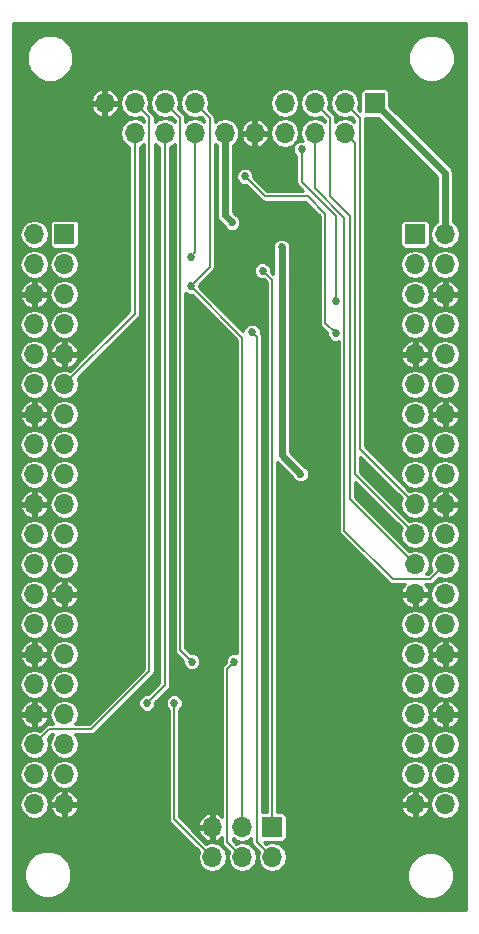
<source format=gbr>
G04 #@! TF.FileFunction,Copper,L2,Bot,Signal*
%FSLAX46Y46*%
G04 Gerber Fmt 4.6, Leading zero omitted, Abs format (unit mm)*
G04 Created by KiCad (PCBNEW 4.0.0-rc1-stable) date 19/06/2017 22:48:09*
%MOMM*%
G01*
G04 APERTURE LIST*
%ADD10C,0.076200*%
%ADD11C,0.685800*%
%ADD12R,1.700000X1.700000*%
%ADD13O,1.700000X1.700000*%
%ADD14C,0.609600*%
%ADD15C,0.152400*%
%ADD16C,0.254000*%
G04 APERTURE END LIST*
D10*
D11*
X195900000Y-99940000D03*
X190820000Y-99940000D03*
X180660000Y-99940000D03*
X170500000Y-99940000D03*
X195900000Y-97400000D03*
X190820000Y-97400000D03*
X180660000Y-97400000D03*
X170500000Y-97400000D03*
X194680000Y-62500000D03*
X169280000Y-62500000D03*
X164200000Y-62500000D03*
X199760000Y-59960000D03*
X194680000Y-59960000D03*
X169280000Y-59960000D03*
X164200000Y-59960000D03*
X199760000Y-57420000D03*
X169280000Y-57420000D03*
X164200000Y-57420000D03*
X184520000Y-54880000D03*
X169280000Y-54880000D03*
X164200000Y-54880000D03*
X194680000Y-52340000D03*
X189600000Y-52340000D03*
X184520000Y-52340000D03*
X179440000Y-52340000D03*
X174360000Y-52340000D03*
X194680000Y-49800000D03*
X189600000Y-49800000D03*
X179440000Y-49800000D03*
X174360000Y-49800000D03*
D12*
X194300000Y-56000000D03*
D13*
X191760000Y-56000000D03*
X191760000Y-58540000D03*
X189220000Y-56000000D03*
X189220000Y-58540000D03*
X186680000Y-56000000D03*
X186680000Y-58540000D03*
X184140000Y-58540000D03*
X181600000Y-58540000D03*
X179060000Y-56000000D03*
X179060000Y-58540000D03*
X176520000Y-56000000D03*
X176520000Y-58540000D03*
X173980000Y-56000000D03*
X173980000Y-58540000D03*
X171440000Y-56000000D03*
D12*
X168000000Y-67100000D03*
D13*
X165460000Y-67100000D03*
X168000000Y-69640000D03*
X165460000Y-69640000D03*
X168000000Y-72180000D03*
X165460000Y-72180000D03*
X168000000Y-74720000D03*
X165460000Y-74720000D03*
X168000000Y-77260000D03*
X165460000Y-77260000D03*
X168000000Y-79800000D03*
X165460000Y-79800000D03*
X168000000Y-82340000D03*
X165460000Y-82340000D03*
X168000000Y-84880000D03*
X165460000Y-84880000D03*
X168000000Y-87420000D03*
X165460000Y-87420000D03*
X168000000Y-89960000D03*
X165460000Y-89960000D03*
X168000000Y-92500000D03*
X165460000Y-92500000D03*
X168000000Y-95040000D03*
X165460000Y-95040000D03*
X168000000Y-97580000D03*
X165460000Y-97580000D03*
X168000000Y-100120000D03*
X165460000Y-100120000D03*
X168000000Y-102660000D03*
X165460000Y-102660000D03*
X168000000Y-105200000D03*
X165460000Y-105200000D03*
X168000000Y-107740000D03*
X165460000Y-107740000D03*
X168000000Y-110280000D03*
X165460000Y-110280000D03*
X168000000Y-112820000D03*
X165460000Y-112820000D03*
X168000000Y-115360000D03*
X165460000Y-115360000D03*
D12*
X197700000Y-67100000D03*
D13*
X200240000Y-67100000D03*
X197700000Y-69640000D03*
X200240000Y-69640000D03*
X197700000Y-72180000D03*
X200240000Y-72180000D03*
X197700000Y-74720000D03*
X200240000Y-74720000D03*
X197700000Y-77260000D03*
X200240000Y-77260000D03*
X197700000Y-79800000D03*
X200240000Y-79800000D03*
X197700000Y-82340000D03*
X200240000Y-82340000D03*
X197700000Y-84880000D03*
X200240000Y-84880000D03*
X197700000Y-87420000D03*
X200240000Y-87420000D03*
X197700000Y-89960000D03*
X200240000Y-89960000D03*
X197700000Y-92500000D03*
X200240000Y-92500000D03*
X197700000Y-95040000D03*
X200240000Y-95040000D03*
X197700000Y-97580000D03*
X200240000Y-97580000D03*
X197700000Y-100120000D03*
X200240000Y-100120000D03*
X197700000Y-102660000D03*
X200240000Y-102660000D03*
X197700000Y-105200000D03*
X200240000Y-105200000D03*
X197700000Y-107740000D03*
X200240000Y-107740000D03*
X197700000Y-110280000D03*
X200240000Y-110280000D03*
X197700000Y-112820000D03*
X200240000Y-112820000D03*
X197700000Y-115360000D03*
X200240000Y-115360000D03*
D12*
X185600000Y-117300000D03*
D13*
X185600000Y-119840000D03*
X183060000Y-117300000D03*
X183060000Y-119840000D03*
X180520000Y-117300000D03*
X180520000Y-119840000D03*
D11*
X191000000Y-72800000D03*
X188100000Y-59900000D03*
X191000000Y-75500000D03*
X183300000Y-62200000D03*
X188000000Y-87400000D03*
X186400000Y-68200000D03*
X182200000Y-66100000D03*
X178700000Y-71500000D03*
X184800000Y-70200000D03*
X178700000Y-69000000D03*
X178800000Y-103300000D03*
X175000000Y-106800000D03*
X183900000Y-75400000D03*
X182400000Y-103300000D03*
X177300000Y-106800000D03*
D14*
X200240000Y-67100000D02*
X200240000Y-61940000D01*
X200240000Y-61940000D02*
X194300000Y-56000000D01*
D15*
X191760000Y-56000000D02*
X193000000Y-57240000D01*
X193000000Y-85260000D02*
X197700000Y-89960000D01*
X193000000Y-57240000D02*
X193000000Y-85260000D01*
X191760000Y-58540000D02*
X192600000Y-59380000D01*
X192600000Y-87400000D02*
X197700000Y-92500000D01*
X192600000Y-59380000D02*
X192600000Y-87400000D01*
X189220000Y-56000000D02*
X190500000Y-57280000D01*
X192200000Y-89540000D02*
X197700000Y-95040000D01*
X192200000Y-65600000D02*
X192200000Y-89540000D01*
X190500000Y-63900000D02*
X192200000Y-65600000D01*
X190500000Y-57280000D02*
X190500000Y-63900000D01*
X189220000Y-58540000D02*
X189220000Y-63220000D01*
X198980000Y-96300000D02*
X200240000Y-95040000D01*
X195800000Y-96300000D02*
X198980000Y-96300000D01*
X191700000Y-92200000D02*
X195800000Y-96300000D01*
X191700000Y-65700000D02*
X191700000Y-92200000D01*
X189220000Y-63220000D02*
X191700000Y-65700000D01*
X191000000Y-65600000D02*
X191000000Y-72800000D01*
X188100000Y-62700000D02*
X191000000Y-65600000D01*
X188100000Y-59900000D02*
X188100000Y-62700000D01*
X190100000Y-74600000D02*
X191000000Y-75500000D01*
X190100000Y-65400000D02*
X190100000Y-74600000D01*
X188600000Y-63900000D02*
X190100000Y-65400000D01*
X185000000Y-63900000D02*
X188600000Y-63900000D01*
X183300000Y-62200000D02*
X185000000Y-63900000D01*
D14*
X186400000Y-85800000D02*
X188000000Y-87400000D01*
X186400000Y-68200000D02*
X186400000Y-85800000D01*
X181600000Y-65500000D02*
X181600000Y-58540000D01*
X182200000Y-66100000D02*
X181600000Y-65500000D01*
D15*
X183060000Y-117300000D02*
X183060000Y-75860000D01*
X183060000Y-75860000D02*
X178700000Y-71500000D01*
X179060000Y-56000000D02*
X180300000Y-57240000D01*
X180300000Y-57240000D02*
X180300000Y-69900000D01*
X180300000Y-69900000D02*
X178700000Y-71500000D01*
X185600000Y-117300000D02*
X185600000Y-71000000D01*
X185600000Y-71000000D02*
X184800000Y-70200000D01*
X179060000Y-58540000D02*
X179060000Y-68640000D01*
X179060000Y-68640000D02*
X178700000Y-69000000D01*
X176520000Y-56000000D02*
X177800000Y-57280000D01*
X177800000Y-102300000D02*
X178800000Y-103300000D01*
X177800000Y-57280000D02*
X177800000Y-102300000D01*
X176520000Y-58540000D02*
X176520000Y-105280000D01*
X176520000Y-105280000D02*
X175000000Y-106800000D01*
X173980000Y-56000000D02*
X175200000Y-57220000D01*
X166740000Y-109000000D02*
X165460000Y-110280000D01*
X170300000Y-109000000D02*
X166740000Y-109000000D01*
X175200000Y-104100000D02*
X170300000Y-109000000D01*
X175200000Y-57220000D02*
X175200000Y-104100000D01*
X173980000Y-58540000D02*
X173980000Y-73820000D01*
X173980000Y-73820000D02*
X168000000Y-79800000D01*
X184300000Y-75800000D02*
X184300000Y-118540000D01*
X184300000Y-75800000D02*
X183900000Y-75400000D01*
X184300000Y-118540000D02*
X185600000Y-119840000D01*
X183060000Y-119840000D02*
X181800000Y-118580000D01*
X181800000Y-103900000D02*
X182400000Y-103300000D01*
X181800000Y-118580000D02*
X181800000Y-103900000D01*
X180520000Y-119840000D02*
X177300000Y-116620000D01*
X177300000Y-116620000D02*
X177300000Y-106800000D01*
D16*
G36*
X202044000Y-124344000D02*
X163656000Y-124344000D01*
X163656000Y-121692316D01*
X164618657Y-121692316D01*
X164919611Y-122420680D01*
X165476389Y-122978431D01*
X166204226Y-123280655D01*
X166992316Y-123281343D01*
X167720680Y-122980389D01*
X168278431Y-122423611D01*
X168540567Y-121792316D01*
X197018657Y-121792316D01*
X197319611Y-122520680D01*
X197876389Y-123078431D01*
X198604226Y-123380655D01*
X199392316Y-123381343D01*
X200120680Y-123080389D01*
X200678431Y-122523611D01*
X200980655Y-121795774D01*
X200981343Y-121007684D01*
X200680389Y-120279320D01*
X200123611Y-119721569D01*
X199395774Y-119419345D01*
X198607684Y-119418657D01*
X197879320Y-119719611D01*
X197321569Y-120276389D01*
X197019345Y-121004226D01*
X197018657Y-121792316D01*
X168540567Y-121792316D01*
X168580655Y-121695774D01*
X168581343Y-120907684D01*
X168280389Y-120179320D01*
X167723611Y-119621569D01*
X166995774Y-119319345D01*
X166207684Y-119318657D01*
X165479320Y-119619611D01*
X164921569Y-120176389D01*
X164619345Y-120904226D01*
X164618657Y-121692316D01*
X163656000Y-121692316D01*
X163656000Y-115360000D01*
X164204883Y-115360000D01*
X164298587Y-115831083D01*
X164565435Y-116230448D01*
X164964800Y-116497296D01*
X165435883Y-116591000D01*
X165484117Y-116591000D01*
X165955200Y-116497296D01*
X166354565Y-116230448D01*
X166621413Y-115831083D01*
X166652065Y-115676980D01*
X166810511Y-115676980D01*
X166934755Y-115976964D01*
X167251944Y-116337652D01*
X167683018Y-116549501D01*
X167873000Y-116489193D01*
X167873000Y-115487000D01*
X168127000Y-115487000D01*
X168127000Y-116489193D01*
X168316982Y-116549501D01*
X168748056Y-116337652D01*
X169065245Y-115976964D01*
X169189489Y-115676980D01*
X169128627Y-115487000D01*
X168127000Y-115487000D01*
X167873000Y-115487000D01*
X166871373Y-115487000D01*
X166810511Y-115676980D01*
X166652065Y-115676980D01*
X166715117Y-115360000D01*
X166652066Y-115043020D01*
X166810511Y-115043020D01*
X166871373Y-115233000D01*
X167873000Y-115233000D01*
X167873000Y-114230807D01*
X168127000Y-114230807D01*
X168127000Y-115233000D01*
X169128627Y-115233000D01*
X169189489Y-115043020D01*
X169065245Y-114743036D01*
X168748056Y-114382348D01*
X168316982Y-114170499D01*
X168127000Y-114230807D01*
X167873000Y-114230807D01*
X167683018Y-114170499D01*
X167251944Y-114382348D01*
X166934755Y-114743036D01*
X166810511Y-115043020D01*
X166652066Y-115043020D01*
X166621413Y-114888917D01*
X166354565Y-114489552D01*
X165955200Y-114222704D01*
X165484117Y-114129000D01*
X165435883Y-114129000D01*
X164964800Y-114222704D01*
X164565435Y-114489552D01*
X164298587Y-114888917D01*
X164204883Y-115360000D01*
X163656000Y-115360000D01*
X163656000Y-112820000D01*
X164204883Y-112820000D01*
X164298587Y-113291083D01*
X164565435Y-113690448D01*
X164964800Y-113957296D01*
X165435883Y-114051000D01*
X165484117Y-114051000D01*
X165955200Y-113957296D01*
X166354565Y-113690448D01*
X166621413Y-113291083D01*
X166715117Y-112820000D01*
X166744883Y-112820000D01*
X166838587Y-113291083D01*
X167105435Y-113690448D01*
X167504800Y-113957296D01*
X167975883Y-114051000D01*
X168024117Y-114051000D01*
X168495200Y-113957296D01*
X168894565Y-113690448D01*
X169161413Y-113291083D01*
X169255117Y-112820000D01*
X169161413Y-112348917D01*
X168894565Y-111949552D01*
X168495200Y-111682704D01*
X168024117Y-111589000D01*
X167975883Y-111589000D01*
X167504800Y-111682704D01*
X167105435Y-111949552D01*
X166838587Y-112348917D01*
X166744883Y-112820000D01*
X166715117Y-112820000D01*
X166621413Y-112348917D01*
X166354565Y-111949552D01*
X165955200Y-111682704D01*
X165484117Y-111589000D01*
X165435883Y-111589000D01*
X164964800Y-111682704D01*
X164565435Y-111949552D01*
X164298587Y-112348917D01*
X164204883Y-112820000D01*
X163656000Y-112820000D01*
X163656000Y-110280000D01*
X164204883Y-110280000D01*
X164298587Y-110751083D01*
X164565435Y-111150448D01*
X164964800Y-111417296D01*
X165435883Y-111511000D01*
X165484117Y-111511000D01*
X165955200Y-111417296D01*
X166354565Y-111150448D01*
X166621413Y-110751083D01*
X166715117Y-110280000D01*
X166621413Y-109808917D01*
X166603888Y-109782690D01*
X166929378Y-109457200D01*
X167073598Y-109457200D01*
X166838587Y-109808917D01*
X166744883Y-110280000D01*
X166838587Y-110751083D01*
X167105435Y-111150448D01*
X167504800Y-111417296D01*
X167975883Y-111511000D01*
X168024117Y-111511000D01*
X168495200Y-111417296D01*
X168894565Y-111150448D01*
X169161413Y-110751083D01*
X169255117Y-110280000D01*
X169161413Y-109808917D01*
X168926402Y-109457200D01*
X170300000Y-109457200D01*
X170474963Y-109422398D01*
X170623289Y-109323289D01*
X175523289Y-104423290D01*
X175622398Y-104274963D01*
X175657200Y-104100000D01*
X175657200Y-59439675D01*
X176048917Y-59701413D01*
X176062800Y-59704174D01*
X176062800Y-105090622D01*
X175077255Y-106076167D01*
X174856639Y-106075975D01*
X174590479Y-106185950D01*
X174386665Y-106389408D01*
X174276226Y-106655376D01*
X174275975Y-106943361D01*
X174385950Y-107209521D01*
X174589408Y-107413335D01*
X174855376Y-107523774D01*
X175143361Y-107524025D01*
X175409521Y-107414050D01*
X175613335Y-107210592D01*
X175723774Y-106944624D01*
X175723775Y-106943361D01*
X176575975Y-106943361D01*
X176685950Y-107209521D01*
X176842800Y-107366645D01*
X176842800Y-116620000D01*
X176877602Y-116794963D01*
X176976711Y-116943289D01*
X179381960Y-119348538D01*
X179289000Y-119815883D01*
X179289000Y-119864117D01*
X179382704Y-120335200D01*
X179649552Y-120734565D01*
X180048917Y-121001413D01*
X180520000Y-121095117D01*
X180991083Y-121001413D01*
X181390448Y-120734565D01*
X181657296Y-120335200D01*
X181751000Y-119864117D01*
X181751000Y-119815883D01*
X181657296Y-119344800D01*
X181390448Y-118945435D01*
X180991083Y-118678587D01*
X180520000Y-118584883D01*
X180048917Y-118678587D01*
X180022690Y-118696112D01*
X178943560Y-117616982D01*
X179330499Y-117616982D01*
X179542348Y-118048056D01*
X179903036Y-118365245D01*
X180203020Y-118489489D01*
X180393000Y-118428627D01*
X180393000Y-117427000D01*
X179390807Y-117427000D01*
X179330499Y-117616982D01*
X178943560Y-117616982D01*
X178309596Y-116983018D01*
X179330499Y-116983018D01*
X179390807Y-117173000D01*
X180393000Y-117173000D01*
X180393000Y-116171373D01*
X180203020Y-116110511D01*
X179903036Y-116234755D01*
X179542348Y-116551944D01*
X179330499Y-116983018D01*
X178309596Y-116983018D01*
X177757200Y-116430622D01*
X177757200Y-107366454D01*
X177913335Y-107210592D01*
X178023774Y-106944624D01*
X178024025Y-106656639D01*
X177914050Y-106390479D01*
X177710592Y-106186665D01*
X177444624Y-106076226D01*
X177156639Y-106075975D01*
X176890479Y-106185950D01*
X176686665Y-106389408D01*
X176576226Y-106655376D01*
X176575975Y-106943361D01*
X175723775Y-106943361D01*
X175723968Y-106722610D01*
X176843289Y-105603289D01*
X176942398Y-105454963D01*
X176977200Y-105280000D01*
X176977200Y-59704174D01*
X176991083Y-59701413D01*
X177342800Y-59466402D01*
X177342800Y-102300000D01*
X177377602Y-102474963D01*
X177476711Y-102623289D01*
X178076167Y-103222746D01*
X178075975Y-103443361D01*
X178185950Y-103709521D01*
X178389408Y-103913335D01*
X178655376Y-104023774D01*
X178943361Y-104024025D01*
X179209521Y-103914050D01*
X179413335Y-103710592D01*
X179523774Y-103444624D01*
X179524025Y-103156639D01*
X179414050Y-102890479D01*
X179210592Y-102686665D01*
X178944624Y-102576226D01*
X178722611Y-102576032D01*
X178257200Y-102110622D01*
X178257200Y-72081071D01*
X178289408Y-72113335D01*
X178555376Y-72223774D01*
X178777390Y-72223968D01*
X182602800Y-76049378D01*
X182602800Y-102600383D01*
X182544624Y-102576226D01*
X182256639Y-102575975D01*
X181990479Y-102685950D01*
X181786665Y-102889408D01*
X181676226Y-103155376D01*
X181676032Y-103377390D01*
X181476711Y-103576711D01*
X181377602Y-103725037D01*
X181342800Y-103900000D01*
X181342800Y-116415767D01*
X181136964Y-116234755D01*
X180836980Y-116110511D01*
X180647000Y-116171373D01*
X180647000Y-117173000D01*
X180667000Y-117173000D01*
X180667000Y-117427000D01*
X180647000Y-117427000D01*
X180647000Y-118428627D01*
X180836980Y-118489489D01*
X181136964Y-118365245D01*
X181342800Y-118184233D01*
X181342800Y-118580000D01*
X181377602Y-118754963D01*
X181476711Y-118903289D01*
X181921960Y-119348538D01*
X181829000Y-119815883D01*
X181829000Y-119864117D01*
X181922704Y-120335200D01*
X182189552Y-120734565D01*
X182588917Y-121001413D01*
X183060000Y-121095117D01*
X183531083Y-121001413D01*
X183930448Y-120734565D01*
X184197296Y-120335200D01*
X184291000Y-119864117D01*
X184291000Y-119815883D01*
X184197296Y-119344800D01*
X183930448Y-118945435D01*
X183531083Y-118678587D01*
X183060000Y-118584883D01*
X182588917Y-118678587D01*
X182562690Y-118696112D01*
X182257200Y-118390622D01*
X182257200Y-118239766D01*
X182588917Y-118461413D01*
X183060000Y-118555117D01*
X183531083Y-118461413D01*
X183842800Y-118253130D01*
X183842800Y-118540000D01*
X183877602Y-118714963D01*
X183976711Y-118863289D01*
X184461960Y-119348538D01*
X184369000Y-119815883D01*
X184369000Y-119864117D01*
X184462704Y-120335200D01*
X184729552Y-120734565D01*
X185128917Y-121001413D01*
X185600000Y-121095117D01*
X186071083Y-121001413D01*
X186470448Y-120734565D01*
X186737296Y-120335200D01*
X186831000Y-119864117D01*
X186831000Y-119815883D01*
X186737296Y-119344800D01*
X186470448Y-118945435D01*
X186071083Y-118678587D01*
X185600000Y-118584883D01*
X185128917Y-118678587D01*
X185102690Y-118696112D01*
X184945042Y-118538464D01*
X186450000Y-118538464D01*
X186591190Y-118511897D01*
X186720865Y-118428454D01*
X186807859Y-118301134D01*
X186838464Y-118150000D01*
X186838464Y-116450000D01*
X186811897Y-116308810D01*
X186728454Y-116179135D01*
X186601134Y-116092141D01*
X186450000Y-116061536D01*
X186057200Y-116061536D01*
X186057200Y-115676980D01*
X196510511Y-115676980D01*
X196634755Y-115976964D01*
X196951944Y-116337652D01*
X197383018Y-116549501D01*
X197573000Y-116489193D01*
X197573000Y-115487000D01*
X197827000Y-115487000D01*
X197827000Y-116489193D01*
X198016982Y-116549501D01*
X198448056Y-116337652D01*
X198765245Y-115976964D01*
X198889489Y-115676980D01*
X198828627Y-115487000D01*
X197827000Y-115487000D01*
X197573000Y-115487000D01*
X196571373Y-115487000D01*
X196510511Y-115676980D01*
X186057200Y-115676980D01*
X186057200Y-115360000D01*
X198984883Y-115360000D01*
X199078587Y-115831083D01*
X199345435Y-116230448D01*
X199744800Y-116497296D01*
X200215883Y-116591000D01*
X200264117Y-116591000D01*
X200735200Y-116497296D01*
X201134565Y-116230448D01*
X201401413Y-115831083D01*
X201495117Y-115360000D01*
X201401413Y-114888917D01*
X201134565Y-114489552D01*
X200735200Y-114222704D01*
X200264117Y-114129000D01*
X200215883Y-114129000D01*
X199744800Y-114222704D01*
X199345435Y-114489552D01*
X199078587Y-114888917D01*
X198984883Y-115360000D01*
X186057200Y-115360000D01*
X186057200Y-115043020D01*
X196510511Y-115043020D01*
X196571373Y-115233000D01*
X197573000Y-115233000D01*
X197573000Y-114230807D01*
X197827000Y-114230807D01*
X197827000Y-115233000D01*
X198828627Y-115233000D01*
X198889489Y-115043020D01*
X198765245Y-114743036D01*
X198448056Y-114382348D01*
X198016982Y-114170499D01*
X197827000Y-114230807D01*
X197573000Y-114230807D01*
X197383018Y-114170499D01*
X196951944Y-114382348D01*
X196634755Y-114743036D01*
X196510511Y-115043020D01*
X186057200Y-115043020D01*
X186057200Y-112820000D01*
X196444883Y-112820000D01*
X196538587Y-113291083D01*
X196805435Y-113690448D01*
X197204800Y-113957296D01*
X197675883Y-114051000D01*
X197724117Y-114051000D01*
X198195200Y-113957296D01*
X198594565Y-113690448D01*
X198861413Y-113291083D01*
X198955117Y-112820000D01*
X198984883Y-112820000D01*
X199078587Y-113291083D01*
X199345435Y-113690448D01*
X199744800Y-113957296D01*
X200215883Y-114051000D01*
X200264117Y-114051000D01*
X200735200Y-113957296D01*
X201134565Y-113690448D01*
X201401413Y-113291083D01*
X201495117Y-112820000D01*
X201401413Y-112348917D01*
X201134565Y-111949552D01*
X200735200Y-111682704D01*
X200264117Y-111589000D01*
X200215883Y-111589000D01*
X199744800Y-111682704D01*
X199345435Y-111949552D01*
X199078587Y-112348917D01*
X198984883Y-112820000D01*
X198955117Y-112820000D01*
X198861413Y-112348917D01*
X198594565Y-111949552D01*
X198195200Y-111682704D01*
X197724117Y-111589000D01*
X197675883Y-111589000D01*
X197204800Y-111682704D01*
X196805435Y-111949552D01*
X196538587Y-112348917D01*
X196444883Y-112820000D01*
X186057200Y-112820000D01*
X186057200Y-110280000D01*
X196444883Y-110280000D01*
X196538587Y-110751083D01*
X196805435Y-111150448D01*
X197204800Y-111417296D01*
X197675883Y-111511000D01*
X197724117Y-111511000D01*
X198195200Y-111417296D01*
X198594565Y-111150448D01*
X198861413Y-110751083D01*
X198955117Y-110280000D01*
X198984883Y-110280000D01*
X199078587Y-110751083D01*
X199345435Y-111150448D01*
X199744800Y-111417296D01*
X200215883Y-111511000D01*
X200264117Y-111511000D01*
X200735200Y-111417296D01*
X201134565Y-111150448D01*
X201401413Y-110751083D01*
X201495117Y-110280000D01*
X201401413Y-109808917D01*
X201134565Y-109409552D01*
X200735200Y-109142704D01*
X200264117Y-109049000D01*
X200215883Y-109049000D01*
X199744800Y-109142704D01*
X199345435Y-109409552D01*
X199078587Y-109808917D01*
X198984883Y-110280000D01*
X198955117Y-110280000D01*
X198861413Y-109808917D01*
X198594565Y-109409552D01*
X198195200Y-109142704D01*
X197724117Y-109049000D01*
X197675883Y-109049000D01*
X197204800Y-109142704D01*
X196805435Y-109409552D01*
X196538587Y-109808917D01*
X196444883Y-110280000D01*
X186057200Y-110280000D01*
X186057200Y-107740000D01*
X196444883Y-107740000D01*
X196538587Y-108211083D01*
X196805435Y-108610448D01*
X197204800Y-108877296D01*
X197675883Y-108971000D01*
X197724117Y-108971000D01*
X198195200Y-108877296D01*
X198594565Y-108610448D01*
X198861413Y-108211083D01*
X198892065Y-108056980D01*
X199050511Y-108056980D01*
X199174755Y-108356964D01*
X199491944Y-108717652D01*
X199923018Y-108929501D01*
X200113000Y-108869193D01*
X200113000Y-107867000D01*
X200367000Y-107867000D01*
X200367000Y-108869193D01*
X200556982Y-108929501D01*
X200988056Y-108717652D01*
X201305245Y-108356964D01*
X201429489Y-108056980D01*
X201368627Y-107867000D01*
X200367000Y-107867000D01*
X200113000Y-107867000D01*
X199111373Y-107867000D01*
X199050511Y-108056980D01*
X198892065Y-108056980D01*
X198955117Y-107740000D01*
X198892066Y-107423020D01*
X199050511Y-107423020D01*
X199111373Y-107613000D01*
X200113000Y-107613000D01*
X200113000Y-106610807D01*
X200367000Y-106610807D01*
X200367000Y-107613000D01*
X201368627Y-107613000D01*
X201429489Y-107423020D01*
X201305245Y-107123036D01*
X200988056Y-106762348D01*
X200556982Y-106550499D01*
X200367000Y-106610807D01*
X200113000Y-106610807D01*
X199923018Y-106550499D01*
X199491944Y-106762348D01*
X199174755Y-107123036D01*
X199050511Y-107423020D01*
X198892066Y-107423020D01*
X198861413Y-107268917D01*
X198594565Y-106869552D01*
X198195200Y-106602704D01*
X197724117Y-106509000D01*
X197675883Y-106509000D01*
X197204800Y-106602704D01*
X196805435Y-106869552D01*
X196538587Y-107268917D01*
X196444883Y-107740000D01*
X186057200Y-107740000D01*
X186057200Y-105200000D01*
X196444883Y-105200000D01*
X196538587Y-105671083D01*
X196805435Y-106070448D01*
X197204800Y-106337296D01*
X197675883Y-106431000D01*
X197724117Y-106431000D01*
X198195200Y-106337296D01*
X198594565Y-106070448D01*
X198861413Y-105671083D01*
X198955117Y-105200000D01*
X198984883Y-105200000D01*
X199078587Y-105671083D01*
X199345435Y-106070448D01*
X199744800Y-106337296D01*
X200215883Y-106431000D01*
X200264117Y-106431000D01*
X200735200Y-106337296D01*
X201134565Y-106070448D01*
X201401413Y-105671083D01*
X201495117Y-105200000D01*
X201401413Y-104728917D01*
X201134565Y-104329552D01*
X200735200Y-104062704D01*
X200264117Y-103969000D01*
X200215883Y-103969000D01*
X199744800Y-104062704D01*
X199345435Y-104329552D01*
X199078587Y-104728917D01*
X198984883Y-105200000D01*
X198955117Y-105200000D01*
X198861413Y-104728917D01*
X198594565Y-104329552D01*
X198195200Y-104062704D01*
X197724117Y-103969000D01*
X197675883Y-103969000D01*
X197204800Y-104062704D01*
X196805435Y-104329552D01*
X196538587Y-104728917D01*
X196444883Y-105200000D01*
X186057200Y-105200000D01*
X186057200Y-102660000D01*
X196444883Y-102660000D01*
X196538587Y-103131083D01*
X196805435Y-103530448D01*
X197204800Y-103797296D01*
X197675883Y-103891000D01*
X197724117Y-103891000D01*
X198195200Y-103797296D01*
X198594565Y-103530448D01*
X198861413Y-103131083D01*
X198892065Y-102976980D01*
X199050511Y-102976980D01*
X199174755Y-103276964D01*
X199491944Y-103637652D01*
X199923018Y-103849501D01*
X200113000Y-103789193D01*
X200113000Y-102787000D01*
X200367000Y-102787000D01*
X200367000Y-103789193D01*
X200556982Y-103849501D01*
X200988056Y-103637652D01*
X201305245Y-103276964D01*
X201429489Y-102976980D01*
X201368627Y-102787000D01*
X200367000Y-102787000D01*
X200113000Y-102787000D01*
X199111373Y-102787000D01*
X199050511Y-102976980D01*
X198892065Y-102976980D01*
X198955117Y-102660000D01*
X198892066Y-102343020D01*
X199050511Y-102343020D01*
X199111373Y-102533000D01*
X200113000Y-102533000D01*
X200113000Y-101530807D01*
X200367000Y-101530807D01*
X200367000Y-102533000D01*
X201368627Y-102533000D01*
X201429489Y-102343020D01*
X201305245Y-102043036D01*
X200988056Y-101682348D01*
X200556982Y-101470499D01*
X200367000Y-101530807D01*
X200113000Y-101530807D01*
X199923018Y-101470499D01*
X199491944Y-101682348D01*
X199174755Y-102043036D01*
X199050511Y-102343020D01*
X198892066Y-102343020D01*
X198861413Y-102188917D01*
X198594565Y-101789552D01*
X198195200Y-101522704D01*
X197724117Y-101429000D01*
X197675883Y-101429000D01*
X197204800Y-101522704D01*
X196805435Y-101789552D01*
X196538587Y-102188917D01*
X196444883Y-102660000D01*
X186057200Y-102660000D01*
X186057200Y-100120000D01*
X196444883Y-100120000D01*
X196538587Y-100591083D01*
X196805435Y-100990448D01*
X197204800Y-101257296D01*
X197675883Y-101351000D01*
X197724117Y-101351000D01*
X198195200Y-101257296D01*
X198594565Y-100990448D01*
X198861413Y-100591083D01*
X198955117Y-100120000D01*
X198984883Y-100120000D01*
X199078587Y-100591083D01*
X199345435Y-100990448D01*
X199744800Y-101257296D01*
X200215883Y-101351000D01*
X200264117Y-101351000D01*
X200735200Y-101257296D01*
X201134565Y-100990448D01*
X201401413Y-100591083D01*
X201495117Y-100120000D01*
X201401413Y-99648917D01*
X201134565Y-99249552D01*
X200735200Y-98982704D01*
X200264117Y-98889000D01*
X200215883Y-98889000D01*
X199744800Y-98982704D01*
X199345435Y-99249552D01*
X199078587Y-99648917D01*
X198984883Y-100120000D01*
X198955117Y-100120000D01*
X198861413Y-99648917D01*
X198594565Y-99249552D01*
X198195200Y-98982704D01*
X197724117Y-98889000D01*
X197675883Y-98889000D01*
X197204800Y-98982704D01*
X196805435Y-99249552D01*
X196538587Y-99648917D01*
X196444883Y-100120000D01*
X186057200Y-100120000D01*
X186057200Y-97896980D01*
X196510511Y-97896980D01*
X196634755Y-98196964D01*
X196951944Y-98557652D01*
X197383018Y-98769501D01*
X197573000Y-98709193D01*
X197573000Y-97707000D01*
X197827000Y-97707000D01*
X197827000Y-98709193D01*
X198016982Y-98769501D01*
X198448056Y-98557652D01*
X198765245Y-98196964D01*
X198889489Y-97896980D01*
X198828627Y-97707000D01*
X197827000Y-97707000D01*
X197573000Y-97707000D01*
X196571373Y-97707000D01*
X196510511Y-97896980D01*
X186057200Y-97896980D01*
X186057200Y-97580000D01*
X198984883Y-97580000D01*
X199078587Y-98051083D01*
X199345435Y-98450448D01*
X199744800Y-98717296D01*
X200215883Y-98811000D01*
X200264117Y-98811000D01*
X200735200Y-98717296D01*
X201134565Y-98450448D01*
X201401413Y-98051083D01*
X201495117Y-97580000D01*
X201401413Y-97108917D01*
X201134565Y-96709552D01*
X200735200Y-96442704D01*
X200264117Y-96349000D01*
X200215883Y-96349000D01*
X199744800Y-96442704D01*
X199345435Y-96709552D01*
X199078587Y-97108917D01*
X198984883Y-97580000D01*
X186057200Y-97580000D01*
X186057200Y-86427068D01*
X187348136Y-87718004D01*
X187385950Y-87809521D01*
X187589408Y-88013335D01*
X187855376Y-88123774D01*
X188143361Y-88124025D01*
X188409521Y-88014050D01*
X188613335Y-87810592D01*
X188723774Y-87544624D01*
X188724025Y-87256639D01*
X188614050Y-86990479D01*
X188410592Y-86786665D01*
X188318146Y-86748278D01*
X187085800Y-85515932D01*
X187085800Y-68436076D01*
X187123774Y-68344624D01*
X187124025Y-68056639D01*
X187014050Y-67790479D01*
X186810592Y-67586665D01*
X186544624Y-67476226D01*
X186256639Y-67475975D01*
X185990479Y-67585950D01*
X185786665Y-67789408D01*
X185676226Y-68055376D01*
X185675975Y-68343361D01*
X185714200Y-68435873D01*
X185714200Y-70467622D01*
X185523833Y-70277255D01*
X185524025Y-70056639D01*
X185414050Y-69790479D01*
X185210592Y-69586665D01*
X184944624Y-69476226D01*
X184656639Y-69475975D01*
X184390479Y-69585950D01*
X184186665Y-69789408D01*
X184076226Y-70055376D01*
X184075975Y-70343361D01*
X184185950Y-70609521D01*
X184389408Y-70813335D01*
X184655376Y-70923774D01*
X184877390Y-70923968D01*
X185142800Y-71189378D01*
X185142800Y-116061536D01*
X184757200Y-116061536D01*
X184757200Y-75800000D01*
X184722398Y-75625037D01*
X184699286Y-75590448D01*
X184623832Y-75477523D01*
X184624025Y-75256639D01*
X184514050Y-74990479D01*
X184310592Y-74786665D01*
X184044624Y-74676226D01*
X183756639Y-74675975D01*
X183490479Y-74785950D01*
X183286665Y-74989408D01*
X183176226Y-75255376D01*
X183176161Y-75329583D01*
X179423833Y-71577255D01*
X179423968Y-71422610D01*
X180623289Y-70223289D01*
X180722398Y-70074963D01*
X180757200Y-69900000D01*
X180757200Y-59453039D01*
X180914200Y-59557943D01*
X180914200Y-65500000D01*
X180966403Y-65762445D01*
X181115066Y-65984934D01*
X181548136Y-66418004D01*
X181585950Y-66509521D01*
X181789408Y-66713335D01*
X182055376Y-66823774D01*
X182343361Y-66824025D01*
X182609521Y-66714050D01*
X182813335Y-66510592D01*
X182923774Y-66244624D01*
X182924025Y-65956639D01*
X182814050Y-65690479D01*
X182610592Y-65486665D01*
X182518146Y-65448278D01*
X182285800Y-65215932D01*
X182285800Y-62343361D01*
X182575975Y-62343361D01*
X182685950Y-62609521D01*
X182889408Y-62813335D01*
X183155376Y-62923774D01*
X183377390Y-62923968D01*
X184676711Y-64223289D01*
X184825037Y-64322398D01*
X185000000Y-64357200D01*
X188410622Y-64357200D01*
X189642800Y-65589378D01*
X189642800Y-74600000D01*
X189677602Y-74774963D01*
X189776711Y-74923289D01*
X190276167Y-75422745D01*
X190275975Y-75643361D01*
X190385950Y-75909521D01*
X190589408Y-76113335D01*
X190855376Y-76223774D01*
X191143361Y-76224025D01*
X191242800Y-76182938D01*
X191242800Y-92200000D01*
X191277602Y-92374963D01*
X191376711Y-92523289D01*
X195476711Y-96623289D01*
X195625037Y-96722398D01*
X195800000Y-96757200D01*
X196815767Y-96757200D01*
X196634755Y-96963036D01*
X196510511Y-97263020D01*
X196571373Y-97453000D01*
X197573000Y-97453000D01*
X197573000Y-97433000D01*
X197827000Y-97433000D01*
X197827000Y-97453000D01*
X198828627Y-97453000D01*
X198889489Y-97263020D01*
X198765245Y-96963036D01*
X198584233Y-96757200D01*
X198980000Y-96757200D01*
X199154963Y-96722398D01*
X199303289Y-96623289D01*
X199748538Y-96178040D01*
X200215883Y-96271000D01*
X200264117Y-96271000D01*
X200735200Y-96177296D01*
X201134565Y-95910448D01*
X201401413Y-95511083D01*
X201495117Y-95040000D01*
X201401413Y-94568917D01*
X201134565Y-94169552D01*
X200735200Y-93902704D01*
X200264117Y-93809000D01*
X200215883Y-93809000D01*
X199744800Y-93902704D01*
X199345435Y-94169552D01*
X199078587Y-94568917D01*
X198984883Y-95040000D01*
X199078587Y-95511083D01*
X199096112Y-95537310D01*
X198790622Y-95842800D01*
X198639766Y-95842800D01*
X198861413Y-95511083D01*
X198955117Y-95040000D01*
X198861413Y-94568917D01*
X198594565Y-94169552D01*
X198195200Y-93902704D01*
X197724117Y-93809000D01*
X197675883Y-93809000D01*
X197208539Y-93901960D01*
X192657200Y-89350622D01*
X192657200Y-88103778D01*
X196556112Y-92002690D01*
X196538587Y-92028917D01*
X196444883Y-92500000D01*
X196538587Y-92971083D01*
X196805435Y-93370448D01*
X197204800Y-93637296D01*
X197675883Y-93731000D01*
X197724117Y-93731000D01*
X198195200Y-93637296D01*
X198594565Y-93370448D01*
X198861413Y-92971083D01*
X198955117Y-92500000D01*
X198984883Y-92500000D01*
X199078587Y-92971083D01*
X199345435Y-93370448D01*
X199744800Y-93637296D01*
X200215883Y-93731000D01*
X200264117Y-93731000D01*
X200735200Y-93637296D01*
X201134565Y-93370448D01*
X201401413Y-92971083D01*
X201495117Y-92500000D01*
X201401413Y-92028917D01*
X201134565Y-91629552D01*
X200735200Y-91362704D01*
X200264117Y-91269000D01*
X200215883Y-91269000D01*
X199744800Y-91362704D01*
X199345435Y-91629552D01*
X199078587Y-92028917D01*
X198984883Y-92500000D01*
X198955117Y-92500000D01*
X198861413Y-92028917D01*
X198594565Y-91629552D01*
X198195200Y-91362704D01*
X197724117Y-91269000D01*
X197675883Y-91269000D01*
X197208538Y-91361960D01*
X193057200Y-87210622D01*
X193057200Y-85963778D01*
X196556112Y-89462690D01*
X196538587Y-89488917D01*
X196444883Y-89960000D01*
X196538587Y-90431083D01*
X196805435Y-90830448D01*
X197204800Y-91097296D01*
X197675883Y-91191000D01*
X197724117Y-91191000D01*
X198195200Y-91097296D01*
X198594565Y-90830448D01*
X198861413Y-90431083D01*
X198892065Y-90276980D01*
X199050511Y-90276980D01*
X199174755Y-90576964D01*
X199491944Y-90937652D01*
X199923018Y-91149501D01*
X200113000Y-91089193D01*
X200113000Y-90087000D01*
X200367000Y-90087000D01*
X200367000Y-91089193D01*
X200556982Y-91149501D01*
X200988056Y-90937652D01*
X201305245Y-90576964D01*
X201429489Y-90276980D01*
X201368627Y-90087000D01*
X200367000Y-90087000D01*
X200113000Y-90087000D01*
X199111373Y-90087000D01*
X199050511Y-90276980D01*
X198892065Y-90276980D01*
X198955117Y-89960000D01*
X198892066Y-89643020D01*
X199050511Y-89643020D01*
X199111373Y-89833000D01*
X200113000Y-89833000D01*
X200113000Y-88830807D01*
X200367000Y-88830807D01*
X200367000Y-89833000D01*
X201368627Y-89833000D01*
X201429489Y-89643020D01*
X201305245Y-89343036D01*
X200988056Y-88982348D01*
X200556982Y-88770499D01*
X200367000Y-88830807D01*
X200113000Y-88830807D01*
X199923018Y-88770499D01*
X199491944Y-88982348D01*
X199174755Y-89343036D01*
X199050511Y-89643020D01*
X198892066Y-89643020D01*
X198861413Y-89488917D01*
X198594565Y-89089552D01*
X198195200Y-88822704D01*
X197724117Y-88729000D01*
X197675883Y-88729000D01*
X197208538Y-88821960D01*
X195806578Y-87420000D01*
X196444883Y-87420000D01*
X196538587Y-87891083D01*
X196805435Y-88290448D01*
X197204800Y-88557296D01*
X197675883Y-88651000D01*
X197724117Y-88651000D01*
X198195200Y-88557296D01*
X198594565Y-88290448D01*
X198861413Y-87891083D01*
X198955117Y-87420000D01*
X198984883Y-87420000D01*
X199078587Y-87891083D01*
X199345435Y-88290448D01*
X199744800Y-88557296D01*
X200215883Y-88651000D01*
X200264117Y-88651000D01*
X200735200Y-88557296D01*
X201134565Y-88290448D01*
X201401413Y-87891083D01*
X201495117Y-87420000D01*
X201401413Y-86948917D01*
X201134565Y-86549552D01*
X200735200Y-86282704D01*
X200264117Y-86189000D01*
X200215883Y-86189000D01*
X199744800Y-86282704D01*
X199345435Y-86549552D01*
X199078587Y-86948917D01*
X198984883Y-87420000D01*
X198955117Y-87420000D01*
X198861413Y-86948917D01*
X198594565Y-86549552D01*
X198195200Y-86282704D01*
X197724117Y-86189000D01*
X197675883Y-86189000D01*
X197204800Y-86282704D01*
X196805435Y-86549552D01*
X196538587Y-86948917D01*
X196444883Y-87420000D01*
X195806578Y-87420000D01*
X193457200Y-85070622D01*
X193457200Y-84880000D01*
X196444883Y-84880000D01*
X196538587Y-85351083D01*
X196805435Y-85750448D01*
X197204800Y-86017296D01*
X197675883Y-86111000D01*
X197724117Y-86111000D01*
X198195200Y-86017296D01*
X198594565Y-85750448D01*
X198861413Y-85351083D01*
X198955117Y-84880000D01*
X198984883Y-84880000D01*
X199078587Y-85351083D01*
X199345435Y-85750448D01*
X199744800Y-86017296D01*
X200215883Y-86111000D01*
X200264117Y-86111000D01*
X200735200Y-86017296D01*
X201134565Y-85750448D01*
X201401413Y-85351083D01*
X201495117Y-84880000D01*
X201401413Y-84408917D01*
X201134565Y-84009552D01*
X200735200Y-83742704D01*
X200264117Y-83649000D01*
X200215883Y-83649000D01*
X199744800Y-83742704D01*
X199345435Y-84009552D01*
X199078587Y-84408917D01*
X198984883Y-84880000D01*
X198955117Y-84880000D01*
X198861413Y-84408917D01*
X198594565Y-84009552D01*
X198195200Y-83742704D01*
X197724117Y-83649000D01*
X197675883Y-83649000D01*
X197204800Y-83742704D01*
X196805435Y-84009552D01*
X196538587Y-84408917D01*
X196444883Y-84880000D01*
X193457200Y-84880000D01*
X193457200Y-82340000D01*
X196444883Y-82340000D01*
X196538587Y-82811083D01*
X196805435Y-83210448D01*
X197204800Y-83477296D01*
X197675883Y-83571000D01*
X197724117Y-83571000D01*
X198195200Y-83477296D01*
X198594565Y-83210448D01*
X198861413Y-82811083D01*
X198892065Y-82656980D01*
X199050511Y-82656980D01*
X199174755Y-82956964D01*
X199491944Y-83317652D01*
X199923018Y-83529501D01*
X200113000Y-83469193D01*
X200113000Y-82467000D01*
X200367000Y-82467000D01*
X200367000Y-83469193D01*
X200556982Y-83529501D01*
X200988056Y-83317652D01*
X201305245Y-82956964D01*
X201429489Y-82656980D01*
X201368627Y-82467000D01*
X200367000Y-82467000D01*
X200113000Y-82467000D01*
X199111373Y-82467000D01*
X199050511Y-82656980D01*
X198892065Y-82656980D01*
X198955117Y-82340000D01*
X198892066Y-82023020D01*
X199050511Y-82023020D01*
X199111373Y-82213000D01*
X200113000Y-82213000D01*
X200113000Y-81210807D01*
X200367000Y-81210807D01*
X200367000Y-82213000D01*
X201368627Y-82213000D01*
X201429489Y-82023020D01*
X201305245Y-81723036D01*
X200988056Y-81362348D01*
X200556982Y-81150499D01*
X200367000Y-81210807D01*
X200113000Y-81210807D01*
X199923018Y-81150499D01*
X199491944Y-81362348D01*
X199174755Y-81723036D01*
X199050511Y-82023020D01*
X198892066Y-82023020D01*
X198861413Y-81868917D01*
X198594565Y-81469552D01*
X198195200Y-81202704D01*
X197724117Y-81109000D01*
X197675883Y-81109000D01*
X197204800Y-81202704D01*
X196805435Y-81469552D01*
X196538587Y-81868917D01*
X196444883Y-82340000D01*
X193457200Y-82340000D01*
X193457200Y-79800000D01*
X196444883Y-79800000D01*
X196538587Y-80271083D01*
X196805435Y-80670448D01*
X197204800Y-80937296D01*
X197675883Y-81031000D01*
X197724117Y-81031000D01*
X198195200Y-80937296D01*
X198594565Y-80670448D01*
X198861413Y-80271083D01*
X198955117Y-79800000D01*
X198984883Y-79800000D01*
X199078587Y-80271083D01*
X199345435Y-80670448D01*
X199744800Y-80937296D01*
X200215883Y-81031000D01*
X200264117Y-81031000D01*
X200735200Y-80937296D01*
X201134565Y-80670448D01*
X201401413Y-80271083D01*
X201495117Y-79800000D01*
X201401413Y-79328917D01*
X201134565Y-78929552D01*
X200735200Y-78662704D01*
X200264117Y-78569000D01*
X200215883Y-78569000D01*
X199744800Y-78662704D01*
X199345435Y-78929552D01*
X199078587Y-79328917D01*
X198984883Y-79800000D01*
X198955117Y-79800000D01*
X198861413Y-79328917D01*
X198594565Y-78929552D01*
X198195200Y-78662704D01*
X197724117Y-78569000D01*
X197675883Y-78569000D01*
X197204800Y-78662704D01*
X196805435Y-78929552D01*
X196538587Y-79328917D01*
X196444883Y-79800000D01*
X193457200Y-79800000D01*
X193457200Y-77576980D01*
X196510511Y-77576980D01*
X196634755Y-77876964D01*
X196951944Y-78237652D01*
X197383018Y-78449501D01*
X197573000Y-78389193D01*
X197573000Y-77387000D01*
X197827000Y-77387000D01*
X197827000Y-78389193D01*
X198016982Y-78449501D01*
X198448056Y-78237652D01*
X198765245Y-77876964D01*
X198889489Y-77576980D01*
X198828627Y-77387000D01*
X197827000Y-77387000D01*
X197573000Y-77387000D01*
X196571373Y-77387000D01*
X196510511Y-77576980D01*
X193457200Y-77576980D01*
X193457200Y-77260000D01*
X198984883Y-77260000D01*
X199078587Y-77731083D01*
X199345435Y-78130448D01*
X199744800Y-78397296D01*
X200215883Y-78491000D01*
X200264117Y-78491000D01*
X200735200Y-78397296D01*
X201134565Y-78130448D01*
X201401413Y-77731083D01*
X201495117Y-77260000D01*
X201401413Y-76788917D01*
X201134565Y-76389552D01*
X200735200Y-76122704D01*
X200264117Y-76029000D01*
X200215883Y-76029000D01*
X199744800Y-76122704D01*
X199345435Y-76389552D01*
X199078587Y-76788917D01*
X198984883Y-77260000D01*
X193457200Y-77260000D01*
X193457200Y-76943020D01*
X196510511Y-76943020D01*
X196571373Y-77133000D01*
X197573000Y-77133000D01*
X197573000Y-76130807D01*
X197827000Y-76130807D01*
X197827000Y-77133000D01*
X198828627Y-77133000D01*
X198889489Y-76943020D01*
X198765245Y-76643036D01*
X198448056Y-76282348D01*
X198016982Y-76070499D01*
X197827000Y-76130807D01*
X197573000Y-76130807D01*
X197383018Y-76070499D01*
X196951944Y-76282348D01*
X196634755Y-76643036D01*
X196510511Y-76943020D01*
X193457200Y-76943020D01*
X193457200Y-74720000D01*
X196444883Y-74720000D01*
X196538587Y-75191083D01*
X196805435Y-75590448D01*
X197204800Y-75857296D01*
X197675883Y-75951000D01*
X197724117Y-75951000D01*
X198195200Y-75857296D01*
X198594565Y-75590448D01*
X198861413Y-75191083D01*
X198955117Y-74720000D01*
X198984883Y-74720000D01*
X199078587Y-75191083D01*
X199345435Y-75590448D01*
X199744800Y-75857296D01*
X200215883Y-75951000D01*
X200264117Y-75951000D01*
X200735200Y-75857296D01*
X201134565Y-75590448D01*
X201401413Y-75191083D01*
X201495117Y-74720000D01*
X201401413Y-74248917D01*
X201134565Y-73849552D01*
X200735200Y-73582704D01*
X200264117Y-73489000D01*
X200215883Y-73489000D01*
X199744800Y-73582704D01*
X199345435Y-73849552D01*
X199078587Y-74248917D01*
X198984883Y-74720000D01*
X198955117Y-74720000D01*
X198861413Y-74248917D01*
X198594565Y-73849552D01*
X198195200Y-73582704D01*
X197724117Y-73489000D01*
X197675883Y-73489000D01*
X197204800Y-73582704D01*
X196805435Y-73849552D01*
X196538587Y-74248917D01*
X196444883Y-74720000D01*
X193457200Y-74720000D01*
X193457200Y-72180000D01*
X196444883Y-72180000D01*
X196538587Y-72651083D01*
X196805435Y-73050448D01*
X197204800Y-73317296D01*
X197675883Y-73411000D01*
X197724117Y-73411000D01*
X198195200Y-73317296D01*
X198594565Y-73050448D01*
X198861413Y-72651083D01*
X198892065Y-72496980D01*
X199050511Y-72496980D01*
X199174755Y-72796964D01*
X199491944Y-73157652D01*
X199923018Y-73369501D01*
X200113000Y-73309193D01*
X200113000Y-72307000D01*
X200367000Y-72307000D01*
X200367000Y-73309193D01*
X200556982Y-73369501D01*
X200988056Y-73157652D01*
X201305245Y-72796964D01*
X201429489Y-72496980D01*
X201368627Y-72307000D01*
X200367000Y-72307000D01*
X200113000Y-72307000D01*
X199111373Y-72307000D01*
X199050511Y-72496980D01*
X198892065Y-72496980D01*
X198955117Y-72180000D01*
X198892066Y-71863020D01*
X199050511Y-71863020D01*
X199111373Y-72053000D01*
X200113000Y-72053000D01*
X200113000Y-71050807D01*
X200367000Y-71050807D01*
X200367000Y-72053000D01*
X201368627Y-72053000D01*
X201429489Y-71863020D01*
X201305245Y-71563036D01*
X200988056Y-71202348D01*
X200556982Y-70990499D01*
X200367000Y-71050807D01*
X200113000Y-71050807D01*
X199923018Y-70990499D01*
X199491944Y-71202348D01*
X199174755Y-71563036D01*
X199050511Y-71863020D01*
X198892066Y-71863020D01*
X198861413Y-71708917D01*
X198594565Y-71309552D01*
X198195200Y-71042704D01*
X197724117Y-70949000D01*
X197675883Y-70949000D01*
X197204800Y-71042704D01*
X196805435Y-71309552D01*
X196538587Y-71708917D01*
X196444883Y-72180000D01*
X193457200Y-72180000D01*
X193457200Y-69640000D01*
X196444883Y-69640000D01*
X196538587Y-70111083D01*
X196805435Y-70510448D01*
X197204800Y-70777296D01*
X197675883Y-70871000D01*
X197724117Y-70871000D01*
X198195200Y-70777296D01*
X198594565Y-70510448D01*
X198861413Y-70111083D01*
X198955117Y-69640000D01*
X198984883Y-69640000D01*
X199078587Y-70111083D01*
X199345435Y-70510448D01*
X199744800Y-70777296D01*
X200215883Y-70871000D01*
X200264117Y-70871000D01*
X200735200Y-70777296D01*
X201134565Y-70510448D01*
X201401413Y-70111083D01*
X201495117Y-69640000D01*
X201401413Y-69168917D01*
X201134565Y-68769552D01*
X200735200Y-68502704D01*
X200264117Y-68409000D01*
X200215883Y-68409000D01*
X199744800Y-68502704D01*
X199345435Y-68769552D01*
X199078587Y-69168917D01*
X198984883Y-69640000D01*
X198955117Y-69640000D01*
X198861413Y-69168917D01*
X198594565Y-68769552D01*
X198195200Y-68502704D01*
X197724117Y-68409000D01*
X197675883Y-68409000D01*
X197204800Y-68502704D01*
X196805435Y-68769552D01*
X196538587Y-69168917D01*
X196444883Y-69640000D01*
X193457200Y-69640000D01*
X193457200Y-66250000D01*
X196461536Y-66250000D01*
X196461536Y-67950000D01*
X196488103Y-68091190D01*
X196571546Y-68220865D01*
X196698866Y-68307859D01*
X196850000Y-68338464D01*
X198550000Y-68338464D01*
X198691190Y-68311897D01*
X198820865Y-68228454D01*
X198907859Y-68101134D01*
X198938464Y-67950000D01*
X198938464Y-66250000D01*
X198911897Y-66108810D01*
X198828454Y-65979135D01*
X198701134Y-65892141D01*
X198550000Y-65861536D01*
X196850000Y-65861536D01*
X196708810Y-65888103D01*
X196579135Y-65971546D01*
X196492141Y-66098866D01*
X196461536Y-66250000D01*
X193457200Y-66250000D01*
X193457200Y-57240000D01*
X193456894Y-57238464D01*
X194568596Y-57238464D01*
X199554200Y-62224068D01*
X199554200Y-66090059D01*
X199345435Y-66229552D01*
X199078587Y-66628917D01*
X198984883Y-67100000D01*
X199078587Y-67571083D01*
X199345435Y-67970448D01*
X199744800Y-68237296D01*
X200215883Y-68331000D01*
X200264117Y-68331000D01*
X200735200Y-68237296D01*
X201134565Y-67970448D01*
X201401413Y-67571083D01*
X201495117Y-67100000D01*
X201401413Y-66628917D01*
X201134565Y-66229552D01*
X200925800Y-66090059D01*
X200925800Y-61940005D01*
X200925801Y-61940000D01*
X200873597Y-61677556D01*
X200724934Y-61455066D01*
X195538464Y-56268596D01*
X195538464Y-55150000D01*
X195511897Y-55008810D01*
X195428454Y-54879135D01*
X195301134Y-54792141D01*
X195150000Y-54761536D01*
X193450000Y-54761536D01*
X193308810Y-54788103D01*
X193179135Y-54871546D01*
X193092141Y-54998866D01*
X193061536Y-55150000D01*
X193061536Y-56654958D01*
X192898040Y-56491462D01*
X192991000Y-56024117D01*
X192991000Y-55975883D01*
X192897296Y-55504800D01*
X192630448Y-55105435D01*
X192231083Y-54838587D01*
X191760000Y-54744883D01*
X191288917Y-54838587D01*
X190889552Y-55105435D01*
X190622704Y-55504800D01*
X190529000Y-55975883D01*
X190529000Y-56024117D01*
X190622704Y-56495200D01*
X190889552Y-56894565D01*
X191288917Y-57161413D01*
X191760000Y-57255117D01*
X192231083Y-57161413D01*
X192257310Y-57143888D01*
X192542800Y-57429378D01*
X192542800Y-57586870D01*
X192231083Y-57378587D01*
X191760000Y-57284883D01*
X191288917Y-57378587D01*
X190957200Y-57600234D01*
X190957200Y-57280000D01*
X190922398Y-57105037D01*
X190823289Y-56956711D01*
X190358040Y-56491462D01*
X190451000Y-56024117D01*
X190451000Y-55975883D01*
X190357296Y-55504800D01*
X190090448Y-55105435D01*
X189691083Y-54838587D01*
X189220000Y-54744883D01*
X188748917Y-54838587D01*
X188349552Y-55105435D01*
X188082704Y-55504800D01*
X187989000Y-55975883D01*
X187989000Y-56024117D01*
X188082704Y-56495200D01*
X188349552Y-56894565D01*
X188748917Y-57161413D01*
X189220000Y-57255117D01*
X189691083Y-57161413D01*
X189717310Y-57143888D01*
X190042800Y-57469378D01*
X190042800Y-57613598D01*
X189691083Y-57378587D01*
X189220000Y-57284883D01*
X188748917Y-57378587D01*
X188349552Y-57645435D01*
X188082704Y-58044800D01*
X187989000Y-58515883D01*
X187989000Y-58564117D01*
X188082704Y-59035200D01*
X188176895Y-59176167D01*
X187956639Y-59175975D01*
X187690479Y-59285950D01*
X187568164Y-59408052D01*
X187817296Y-59035200D01*
X187911000Y-58564117D01*
X187911000Y-58515883D01*
X187817296Y-58044800D01*
X187550448Y-57645435D01*
X187151083Y-57378587D01*
X186680000Y-57284883D01*
X186208917Y-57378587D01*
X185809552Y-57645435D01*
X185542704Y-58044800D01*
X185449000Y-58515883D01*
X185449000Y-58564117D01*
X185542704Y-59035200D01*
X185809552Y-59434565D01*
X186208917Y-59701413D01*
X186680000Y-59795117D01*
X187151083Y-59701413D01*
X187523701Y-59452437D01*
X187486665Y-59489408D01*
X187376226Y-59755376D01*
X187375975Y-60043361D01*
X187485950Y-60309521D01*
X187642800Y-60466645D01*
X187642800Y-62700000D01*
X187677602Y-62874963D01*
X187776711Y-63023289D01*
X188196222Y-63442800D01*
X185189378Y-63442800D01*
X184023833Y-62277255D01*
X184024025Y-62056639D01*
X183914050Y-61790479D01*
X183710592Y-61586665D01*
X183444624Y-61476226D01*
X183156639Y-61475975D01*
X182890479Y-61585950D01*
X182686665Y-61789408D01*
X182576226Y-62055376D01*
X182575975Y-62343361D01*
X182285800Y-62343361D01*
X182285800Y-59557943D01*
X182470448Y-59434565D01*
X182737296Y-59035200D01*
X182772745Y-58856982D01*
X182950499Y-58856982D01*
X183162348Y-59288056D01*
X183523036Y-59605245D01*
X183823020Y-59729489D01*
X184013000Y-59668627D01*
X184013000Y-58667000D01*
X184267000Y-58667000D01*
X184267000Y-59668627D01*
X184456980Y-59729489D01*
X184756964Y-59605245D01*
X185117652Y-59288056D01*
X185329501Y-58856982D01*
X185269193Y-58667000D01*
X184267000Y-58667000D01*
X184013000Y-58667000D01*
X183010807Y-58667000D01*
X182950499Y-58856982D01*
X182772745Y-58856982D01*
X182831000Y-58564117D01*
X182831000Y-58515883D01*
X182772746Y-58223018D01*
X182950499Y-58223018D01*
X183010807Y-58413000D01*
X184013000Y-58413000D01*
X184013000Y-57411373D01*
X184267000Y-57411373D01*
X184267000Y-58413000D01*
X185269193Y-58413000D01*
X185329501Y-58223018D01*
X185117652Y-57791944D01*
X184756964Y-57474755D01*
X184456980Y-57350511D01*
X184267000Y-57411373D01*
X184013000Y-57411373D01*
X183823020Y-57350511D01*
X183523036Y-57474755D01*
X183162348Y-57791944D01*
X182950499Y-58223018D01*
X182772746Y-58223018D01*
X182737296Y-58044800D01*
X182470448Y-57645435D01*
X182071083Y-57378587D01*
X181600000Y-57284883D01*
X181128917Y-57378587D01*
X180757200Y-57626961D01*
X180757200Y-57240000D01*
X180722398Y-57065037D01*
X180623289Y-56916711D01*
X180198040Y-56491462D01*
X180291000Y-56024117D01*
X180291000Y-55975883D01*
X185449000Y-55975883D01*
X185449000Y-56024117D01*
X185542704Y-56495200D01*
X185809552Y-56894565D01*
X186208917Y-57161413D01*
X186680000Y-57255117D01*
X187151083Y-57161413D01*
X187550448Y-56894565D01*
X187817296Y-56495200D01*
X187911000Y-56024117D01*
X187911000Y-55975883D01*
X187817296Y-55504800D01*
X187550448Y-55105435D01*
X187151083Y-54838587D01*
X186680000Y-54744883D01*
X186208917Y-54838587D01*
X185809552Y-55105435D01*
X185542704Y-55504800D01*
X185449000Y-55975883D01*
X180291000Y-55975883D01*
X180197296Y-55504800D01*
X179930448Y-55105435D01*
X179531083Y-54838587D01*
X179060000Y-54744883D01*
X178588917Y-54838587D01*
X178189552Y-55105435D01*
X177922704Y-55504800D01*
X177829000Y-55975883D01*
X177829000Y-56024117D01*
X177922704Y-56495200D01*
X178189552Y-56894565D01*
X178588917Y-57161413D01*
X179060000Y-57255117D01*
X179531083Y-57161413D01*
X179557310Y-57143888D01*
X179842800Y-57429378D01*
X179842800Y-57586870D01*
X179531083Y-57378587D01*
X179060000Y-57284883D01*
X178588917Y-57378587D01*
X178257200Y-57600234D01*
X178257200Y-57280000D01*
X178222398Y-57105037D01*
X178123289Y-56956711D01*
X177658040Y-56491462D01*
X177751000Y-56024117D01*
X177751000Y-55975883D01*
X177657296Y-55504800D01*
X177390448Y-55105435D01*
X176991083Y-54838587D01*
X176520000Y-54744883D01*
X176048917Y-54838587D01*
X175649552Y-55105435D01*
X175382704Y-55504800D01*
X175289000Y-55975883D01*
X175289000Y-56024117D01*
X175382704Y-56495200D01*
X175649552Y-56894565D01*
X176048917Y-57161413D01*
X176520000Y-57255117D01*
X176991083Y-57161413D01*
X177017310Y-57143888D01*
X177342800Y-57469378D01*
X177342800Y-57613598D01*
X176991083Y-57378587D01*
X176520000Y-57284883D01*
X176048917Y-57378587D01*
X175657200Y-57640325D01*
X175657200Y-57220000D01*
X175622398Y-57045037D01*
X175593063Y-57001134D01*
X175523290Y-56896711D01*
X175118040Y-56491461D01*
X175211000Y-56024117D01*
X175211000Y-55975883D01*
X175117296Y-55504800D01*
X174850448Y-55105435D01*
X174451083Y-54838587D01*
X173980000Y-54744883D01*
X173508917Y-54838587D01*
X173109552Y-55105435D01*
X172842704Y-55504800D01*
X172749000Y-55975883D01*
X172749000Y-56024117D01*
X172842704Y-56495200D01*
X173109552Y-56894565D01*
X173508917Y-57161413D01*
X173980000Y-57255117D01*
X174451083Y-57161413D01*
X174477310Y-57143889D01*
X174742800Y-57409379D01*
X174742800Y-57573507D01*
X174451083Y-57378587D01*
X173980000Y-57284883D01*
X173508917Y-57378587D01*
X173109552Y-57645435D01*
X172842704Y-58044800D01*
X172749000Y-58515883D01*
X172749000Y-58564117D01*
X172842704Y-59035200D01*
X173109552Y-59434565D01*
X173508917Y-59701413D01*
X173522800Y-59704174D01*
X173522800Y-73630622D01*
X168491462Y-78661960D01*
X168024117Y-78569000D01*
X167975883Y-78569000D01*
X167504800Y-78662704D01*
X167105435Y-78929552D01*
X166838587Y-79328917D01*
X166744883Y-79800000D01*
X166838587Y-80271083D01*
X167105435Y-80670448D01*
X167504800Y-80937296D01*
X167975883Y-81031000D01*
X168024117Y-81031000D01*
X168495200Y-80937296D01*
X168894565Y-80670448D01*
X169161413Y-80271083D01*
X169255117Y-79800000D01*
X169161413Y-79328917D01*
X169143888Y-79302690D01*
X174303289Y-74143289D01*
X174402398Y-73994963D01*
X174437200Y-73820000D01*
X174437200Y-59704174D01*
X174451083Y-59701413D01*
X174742800Y-59506493D01*
X174742800Y-103910621D01*
X170110622Y-108542800D01*
X168939766Y-108542800D01*
X169161413Y-108211083D01*
X169255117Y-107740000D01*
X169161413Y-107268917D01*
X168894565Y-106869552D01*
X168495200Y-106602704D01*
X168024117Y-106509000D01*
X167975883Y-106509000D01*
X167504800Y-106602704D01*
X167105435Y-106869552D01*
X166838587Y-107268917D01*
X166744883Y-107740000D01*
X166838587Y-108211083D01*
X167060234Y-108542800D01*
X166740000Y-108542800D01*
X166565037Y-108577602D01*
X166416711Y-108676711D01*
X165951462Y-109141960D01*
X165484117Y-109049000D01*
X165435883Y-109049000D01*
X164964800Y-109142704D01*
X164565435Y-109409552D01*
X164298587Y-109808917D01*
X164204883Y-110280000D01*
X163656000Y-110280000D01*
X163656000Y-108056980D01*
X164270511Y-108056980D01*
X164394755Y-108356964D01*
X164711944Y-108717652D01*
X165143018Y-108929501D01*
X165333000Y-108869193D01*
X165333000Y-107867000D01*
X165587000Y-107867000D01*
X165587000Y-108869193D01*
X165776982Y-108929501D01*
X166208056Y-108717652D01*
X166525245Y-108356964D01*
X166649489Y-108056980D01*
X166588627Y-107867000D01*
X165587000Y-107867000D01*
X165333000Y-107867000D01*
X164331373Y-107867000D01*
X164270511Y-108056980D01*
X163656000Y-108056980D01*
X163656000Y-107423020D01*
X164270511Y-107423020D01*
X164331373Y-107613000D01*
X165333000Y-107613000D01*
X165333000Y-106610807D01*
X165587000Y-106610807D01*
X165587000Y-107613000D01*
X166588627Y-107613000D01*
X166649489Y-107423020D01*
X166525245Y-107123036D01*
X166208056Y-106762348D01*
X165776982Y-106550499D01*
X165587000Y-106610807D01*
X165333000Y-106610807D01*
X165143018Y-106550499D01*
X164711944Y-106762348D01*
X164394755Y-107123036D01*
X164270511Y-107423020D01*
X163656000Y-107423020D01*
X163656000Y-105200000D01*
X164204883Y-105200000D01*
X164298587Y-105671083D01*
X164565435Y-106070448D01*
X164964800Y-106337296D01*
X165435883Y-106431000D01*
X165484117Y-106431000D01*
X165955200Y-106337296D01*
X166354565Y-106070448D01*
X166621413Y-105671083D01*
X166715117Y-105200000D01*
X166744883Y-105200000D01*
X166838587Y-105671083D01*
X167105435Y-106070448D01*
X167504800Y-106337296D01*
X167975883Y-106431000D01*
X168024117Y-106431000D01*
X168495200Y-106337296D01*
X168894565Y-106070448D01*
X169161413Y-105671083D01*
X169255117Y-105200000D01*
X169161413Y-104728917D01*
X168894565Y-104329552D01*
X168495200Y-104062704D01*
X168024117Y-103969000D01*
X167975883Y-103969000D01*
X167504800Y-104062704D01*
X167105435Y-104329552D01*
X166838587Y-104728917D01*
X166744883Y-105200000D01*
X166715117Y-105200000D01*
X166621413Y-104728917D01*
X166354565Y-104329552D01*
X165955200Y-104062704D01*
X165484117Y-103969000D01*
X165435883Y-103969000D01*
X164964800Y-104062704D01*
X164565435Y-104329552D01*
X164298587Y-104728917D01*
X164204883Y-105200000D01*
X163656000Y-105200000D01*
X163656000Y-102976980D01*
X164270511Y-102976980D01*
X164394755Y-103276964D01*
X164711944Y-103637652D01*
X165143018Y-103849501D01*
X165333000Y-103789193D01*
X165333000Y-102787000D01*
X165587000Y-102787000D01*
X165587000Y-103789193D01*
X165776982Y-103849501D01*
X166208056Y-103637652D01*
X166525245Y-103276964D01*
X166649489Y-102976980D01*
X166588627Y-102787000D01*
X165587000Y-102787000D01*
X165333000Y-102787000D01*
X164331373Y-102787000D01*
X164270511Y-102976980D01*
X163656000Y-102976980D01*
X163656000Y-102660000D01*
X166744883Y-102660000D01*
X166838587Y-103131083D01*
X167105435Y-103530448D01*
X167504800Y-103797296D01*
X167975883Y-103891000D01*
X168024117Y-103891000D01*
X168495200Y-103797296D01*
X168894565Y-103530448D01*
X169161413Y-103131083D01*
X169255117Y-102660000D01*
X169161413Y-102188917D01*
X168894565Y-101789552D01*
X168495200Y-101522704D01*
X168024117Y-101429000D01*
X167975883Y-101429000D01*
X167504800Y-101522704D01*
X167105435Y-101789552D01*
X166838587Y-102188917D01*
X166744883Y-102660000D01*
X163656000Y-102660000D01*
X163656000Y-102343020D01*
X164270511Y-102343020D01*
X164331373Y-102533000D01*
X165333000Y-102533000D01*
X165333000Y-101530807D01*
X165587000Y-101530807D01*
X165587000Y-102533000D01*
X166588627Y-102533000D01*
X166649489Y-102343020D01*
X166525245Y-102043036D01*
X166208056Y-101682348D01*
X165776982Y-101470499D01*
X165587000Y-101530807D01*
X165333000Y-101530807D01*
X165143018Y-101470499D01*
X164711944Y-101682348D01*
X164394755Y-102043036D01*
X164270511Y-102343020D01*
X163656000Y-102343020D01*
X163656000Y-100120000D01*
X164204883Y-100120000D01*
X164298587Y-100591083D01*
X164565435Y-100990448D01*
X164964800Y-101257296D01*
X165435883Y-101351000D01*
X165484117Y-101351000D01*
X165955200Y-101257296D01*
X166354565Y-100990448D01*
X166621413Y-100591083D01*
X166715117Y-100120000D01*
X166744883Y-100120000D01*
X166838587Y-100591083D01*
X167105435Y-100990448D01*
X167504800Y-101257296D01*
X167975883Y-101351000D01*
X168024117Y-101351000D01*
X168495200Y-101257296D01*
X168894565Y-100990448D01*
X169161413Y-100591083D01*
X169255117Y-100120000D01*
X169161413Y-99648917D01*
X168894565Y-99249552D01*
X168495200Y-98982704D01*
X168024117Y-98889000D01*
X167975883Y-98889000D01*
X167504800Y-98982704D01*
X167105435Y-99249552D01*
X166838587Y-99648917D01*
X166744883Y-100120000D01*
X166715117Y-100120000D01*
X166621413Y-99648917D01*
X166354565Y-99249552D01*
X165955200Y-98982704D01*
X165484117Y-98889000D01*
X165435883Y-98889000D01*
X164964800Y-98982704D01*
X164565435Y-99249552D01*
X164298587Y-99648917D01*
X164204883Y-100120000D01*
X163656000Y-100120000D01*
X163656000Y-97580000D01*
X164204883Y-97580000D01*
X164298587Y-98051083D01*
X164565435Y-98450448D01*
X164964800Y-98717296D01*
X165435883Y-98811000D01*
X165484117Y-98811000D01*
X165955200Y-98717296D01*
X166354565Y-98450448D01*
X166621413Y-98051083D01*
X166652065Y-97896980D01*
X166810511Y-97896980D01*
X166934755Y-98196964D01*
X167251944Y-98557652D01*
X167683018Y-98769501D01*
X167873000Y-98709193D01*
X167873000Y-97707000D01*
X168127000Y-97707000D01*
X168127000Y-98709193D01*
X168316982Y-98769501D01*
X168748056Y-98557652D01*
X169065245Y-98196964D01*
X169189489Y-97896980D01*
X169128627Y-97707000D01*
X168127000Y-97707000D01*
X167873000Y-97707000D01*
X166871373Y-97707000D01*
X166810511Y-97896980D01*
X166652065Y-97896980D01*
X166715117Y-97580000D01*
X166652066Y-97263020D01*
X166810511Y-97263020D01*
X166871373Y-97453000D01*
X167873000Y-97453000D01*
X167873000Y-96450807D01*
X168127000Y-96450807D01*
X168127000Y-97453000D01*
X169128627Y-97453000D01*
X169189489Y-97263020D01*
X169065245Y-96963036D01*
X168748056Y-96602348D01*
X168316982Y-96390499D01*
X168127000Y-96450807D01*
X167873000Y-96450807D01*
X167683018Y-96390499D01*
X167251944Y-96602348D01*
X166934755Y-96963036D01*
X166810511Y-97263020D01*
X166652066Y-97263020D01*
X166621413Y-97108917D01*
X166354565Y-96709552D01*
X165955200Y-96442704D01*
X165484117Y-96349000D01*
X165435883Y-96349000D01*
X164964800Y-96442704D01*
X164565435Y-96709552D01*
X164298587Y-97108917D01*
X164204883Y-97580000D01*
X163656000Y-97580000D01*
X163656000Y-95040000D01*
X164204883Y-95040000D01*
X164298587Y-95511083D01*
X164565435Y-95910448D01*
X164964800Y-96177296D01*
X165435883Y-96271000D01*
X165484117Y-96271000D01*
X165955200Y-96177296D01*
X166354565Y-95910448D01*
X166621413Y-95511083D01*
X166715117Y-95040000D01*
X166744883Y-95040000D01*
X166838587Y-95511083D01*
X167105435Y-95910448D01*
X167504800Y-96177296D01*
X167975883Y-96271000D01*
X168024117Y-96271000D01*
X168495200Y-96177296D01*
X168894565Y-95910448D01*
X169161413Y-95511083D01*
X169255117Y-95040000D01*
X169161413Y-94568917D01*
X168894565Y-94169552D01*
X168495200Y-93902704D01*
X168024117Y-93809000D01*
X167975883Y-93809000D01*
X167504800Y-93902704D01*
X167105435Y-94169552D01*
X166838587Y-94568917D01*
X166744883Y-95040000D01*
X166715117Y-95040000D01*
X166621413Y-94568917D01*
X166354565Y-94169552D01*
X165955200Y-93902704D01*
X165484117Y-93809000D01*
X165435883Y-93809000D01*
X164964800Y-93902704D01*
X164565435Y-94169552D01*
X164298587Y-94568917D01*
X164204883Y-95040000D01*
X163656000Y-95040000D01*
X163656000Y-92500000D01*
X164204883Y-92500000D01*
X164298587Y-92971083D01*
X164565435Y-93370448D01*
X164964800Y-93637296D01*
X165435883Y-93731000D01*
X165484117Y-93731000D01*
X165955200Y-93637296D01*
X166354565Y-93370448D01*
X166621413Y-92971083D01*
X166715117Y-92500000D01*
X166744883Y-92500000D01*
X166838587Y-92971083D01*
X167105435Y-93370448D01*
X167504800Y-93637296D01*
X167975883Y-93731000D01*
X168024117Y-93731000D01*
X168495200Y-93637296D01*
X168894565Y-93370448D01*
X169161413Y-92971083D01*
X169255117Y-92500000D01*
X169161413Y-92028917D01*
X168894565Y-91629552D01*
X168495200Y-91362704D01*
X168024117Y-91269000D01*
X167975883Y-91269000D01*
X167504800Y-91362704D01*
X167105435Y-91629552D01*
X166838587Y-92028917D01*
X166744883Y-92500000D01*
X166715117Y-92500000D01*
X166621413Y-92028917D01*
X166354565Y-91629552D01*
X165955200Y-91362704D01*
X165484117Y-91269000D01*
X165435883Y-91269000D01*
X164964800Y-91362704D01*
X164565435Y-91629552D01*
X164298587Y-92028917D01*
X164204883Y-92500000D01*
X163656000Y-92500000D01*
X163656000Y-90276980D01*
X164270511Y-90276980D01*
X164394755Y-90576964D01*
X164711944Y-90937652D01*
X165143018Y-91149501D01*
X165333000Y-91089193D01*
X165333000Y-90087000D01*
X165587000Y-90087000D01*
X165587000Y-91089193D01*
X165776982Y-91149501D01*
X166208056Y-90937652D01*
X166525245Y-90576964D01*
X166649489Y-90276980D01*
X166588627Y-90087000D01*
X165587000Y-90087000D01*
X165333000Y-90087000D01*
X164331373Y-90087000D01*
X164270511Y-90276980D01*
X163656000Y-90276980D01*
X163656000Y-89960000D01*
X166744883Y-89960000D01*
X166838587Y-90431083D01*
X167105435Y-90830448D01*
X167504800Y-91097296D01*
X167975883Y-91191000D01*
X168024117Y-91191000D01*
X168495200Y-91097296D01*
X168894565Y-90830448D01*
X169161413Y-90431083D01*
X169255117Y-89960000D01*
X169161413Y-89488917D01*
X168894565Y-89089552D01*
X168495200Y-88822704D01*
X168024117Y-88729000D01*
X167975883Y-88729000D01*
X167504800Y-88822704D01*
X167105435Y-89089552D01*
X166838587Y-89488917D01*
X166744883Y-89960000D01*
X163656000Y-89960000D01*
X163656000Y-89643020D01*
X164270511Y-89643020D01*
X164331373Y-89833000D01*
X165333000Y-89833000D01*
X165333000Y-88830807D01*
X165587000Y-88830807D01*
X165587000Y-89833000D01*
X166588627Y-89833000D01*
X166649489Y-89643020D01*
X166525245Y-89343036D01*
X166208056Y-88982348D01*
X165776982Y-88770499D01*
X165587000Y-88830807D01*
X165333000Y-88830807D01*
X165143018Y-88770499D01*
X164711944Y-88982348D01*
X164394755Y-89343036D01*
X164270511Y-89643020D01*
X163656000Y-89643020D01*
X163656000Y-87420000D01*
X164204883Y-87420000D01*
X164298587Y-87891083D01*
X164565435Y-88290448D01*
X164964800Y-88557296D01*
X165435883Y-88651000D01*
X165484117Y-88651000D01*
X165955200Y-88557296D01*
X166354565Y-88290448D01*
X166621413Y-87891083D01*
X166715117Y-87420000D01*
X166744883Y-87420000D01*
X166838587Y-87891083D01*
X167105435Y-88290448D01*
X167504800Y-88557296D01*
X167975883Y-88651000D01*
X168024117Y-88651000D01*
X168495200Y-88557296D01*
X168894565Y-88290448D01*
X169161413Y-87891083D01*
X169255117Y-87420000D01*
X169161413Y-86948917D01*
X168894565Y-86549552D01*
X168495200Y-86282704D01*
X168024117Y-86189000D01*
X167975883Y-86189000D01*
X167504800Y-86282704D01*
X167105435Y-86549552D01*
X166838587Y-86948917D01*
X166744883Y-87420000D01*
X166715117Y-87420000D01*
X166621413Y-86948917D01*
X166354565Y-86549552D01*
X165955200Y-86282704D01*
X165484117Y-86189000D01*
X165435883Y-86189000D01*
X164964800Y-86282704D01*
X164565435Y-86549552D01*
X164298587Y-86948917D01*
X164204883Y-87420000D01*
X163656000Y-87420000D01*
X163656000Y-84880000D01*
X164204883Y-84880000D01*
X164298587Y-85351083D01*
X164565435Y-85750448D01*
X164964800Y-86017296D01*
X165435883Y-86111000D01*
X165484117Y-86111000D01*
X165955200Y-86017296D01*
X166354565Y-85750448D01*
X166621413Y-85351083D01*
X166715117Y-84880000D01*
X166744883Y-84880000D01*
X166838587Y-85351083D01*
X167105435Y-85750448D01*
X167504800Y-86017296D01*
X167975883Y-86111000D01*
X168024117Y-86111000D01*
X168495200Y-86017296D01*
X168894565Y-85750448D01*
X169161413Y-85351083D01*
X169255117Y-84880000D01*
X169161413Y-84408917D01*
X168894565Y-84009552D01*
X168495200Y-83742704D01*
X168024117Y-83649000D01*
X167975883Y-83649000D01*
X167504800Y-83742704D01*
X167105435Y-84009552D01*
X166838587Y-84408917D01*
X166744883Y-84880000D01*
X166715117Y-84880000D01*
X166621413Y-84408917D01*
X166354565Y-84009552D01*
X165955200Y-83742704D01*
X165484117Y-83649000D01*
X165435883Y-83649000D01*
X164964800Y-83742704D01*
X164565435Y-84009552D01*
X164298587Y-84408917D01*
X164204883Y-84880000D01*
X163656000Y-84880000D01*
X163656000Y-82656980D01*
X164270511Y-82656980D01*
X164394755Y-82956964D01*
X164711944Y-83317652D01*
X165143018Y-83529501D01*
X165333000Y-83469193D01*
X165333000Y-82467000D01*
X165587000Y-82467000D01*
X165587000Y-83469193D01*
X165776982Y-83529501D01*
X166208056Y-83317652D01*
X166525245Y-82956964D01*
X166649489Y-82656980D01*
X166588627Y-82467000D01*
X165587000Y-82467000D01*
X165333000Y-82467000D01*
X164331373Y-82467000D01*
X164270511Y-82656980D01*
X163656000Y-82656980D01*
X163656000Y-82340000D01*
X166744883Y-82340000D01*
X166838587Y-82811083D01*
X167105435Y-83210448D01*
X167504800Y-83477296D01*
X167975883Y-83571000D01*
X168024117Y-83571000D01*
X168495200Y-83477296D01*
X168894565Y-83210448D01*
X169161413Y-82811083D01*
X169255117Y-82340000D01*
X169161413Y-81868917D01*
X168894565Y-81469552D01*
X168495200Y-81202704D01*
X168024117Y-81109000D01*
X167975883Y-81109000D01*
X167504800Y-81202704D01*
X167105435Y-81469552D01*
X166838587Y-81868917D01*
X166744883Y-82340000D01*
X163656000Y-82340000D01*
X163656000Y-82023020D01*
X164270511Y-82023020D01*
X164331373Y-82213000D01*
X165333000Y-82213000D01*
X165333000Y-81210807D01*
X165587000Y-81210807D01*
X165587000Y-82213000D01*
X166588627Y-82213000D01*
X166649489Y-82023020D01*
X166525245Y-81723036D01*
X166208056Y-81362348D01*
X165776982Y-81150499D01*
X165587000Y-81210807D01*
X165333000Y-81210807D01*
X165143018Y-81150499D01*
X164711944Y-81362348D01*
X164394755Y-81723036D01*
X164270511Y-82023020D01*
X163656000Y-82023020D01*
X163656000Y-79800000D01*
X164204883Y-79800000D01*
X164298587Y-80271083D01*
X164565435Y-80670448D01*
X164964800Y-80937296D01*
X165435883Y-81031000D01*
X165484117Y-81031000D01*
X165955200Y-80937296D01*
X166354565Y-80670448D01*
X166621413Y-80271083D01*
X166715117Y-79800000D01*
X166621413Y-79328917D01*
X166354565Y-78929552D01*
X165955200Y-78662704D01*
X165484117Y-78569000D01*
X165435883Y-78569000D01*
X164964800Y-78662704D01*
X164565435Y-78929552D01*
X164298587Y-79328917D01*
X164204883Y-79800000D01*
X163656000Y-79800000D01*
X163656000Y-77260000D01*
X164204883Y-77260000D01*
X164298587Y-77731083D01*
X164565435Y-78130448D01*
X164964800Y-78397296D01*
X165435883Y-78491000D01*
X165484117Y-78491000D01*
X165955200Y-78397296D01*
X166354565Y-78130448D01*
X166621413Y-77731083D01*
X166652065Y-77576980D01*
X166810511Y-77576980D01*
X166934755Y-77876964D01*
X167251944Y-78237652D01*
X167683018Y-78449501D01*
X167873000Y-78389193D01*
X167873000Y-77387000D01*
X168127000Y-77387000D01*
X168127000Y-78389193D01*
X168316982Y-78449501D01*
X168748056Y-78237652D01*
X169065245Y-77876964D01*
X169189489Y-77576980D01*
X169128627Y-77387000D01*
X168127000Y-77387000D01*
X167873000Y-77387000D01*
X166871373Y-77387000D01*
X166810511Y-77576980D01*
X166652065Y-77576980D01*
X166715117Y-77260000D01*
X166652066Y-76943020D01*
X166810511Y-76943020D01*
X166871373Y-77133000D01*
X167873000Y-77133000D01*
X167873000Y-76130807D01*
X168127000Y-76130807D01*
X168127000Y-77133000D01*
X169128627Y-77133000D01*
X169189489Y-76943020D01*
X169065245Y-76643036D01*
X168748056Y-76282348D01*
X168316982Y-76070499D01*
X168127000Y-76130807D01*
X167873000Y-76130807D01*
X167683018Y-76070499D01*
X167251944Y-76282348D01*
X166934755Y-76643036D01*
X166810511Y-76943020D01*
X166652066Y-76943020D01*
X166621413Y-76788917D01*
X166354565Y-76389552D01*
X165955200Y-76122704D01*
X165484117Y-76029000D01*
X165435883Y-76029000D01*
X164964800Y-76122704D01*
X164565435Y-76389552D01*
X164298587Y-76788917D01*
X164204883Y-77260000D01*
X163656000Y-77260000D01*
X163656000Y-74720000D01*
X164204883Y-74720000D01*
X164298587Y-75191083D01*
X164565435Y-75590448D01*
X164964800Y-75857296D01*
X165435883Y-75951000D01*
X165484117Y-75951000D01*
X165955200Y-75857296D01*
X166354565Y-75590448D01*
X166621413Y-75191083D01*
X166715117Y-74720000D01*
X166744883Y-74720000D01*
X166838587Y-75191083D01*
X167105435Y-75590448D01*
X167504800Y-75857296D01*
X167975883Y-75951000D01*
X168024117Y-75951000D01*
X168495200Y-75857296D01*
X168894565Y-75590448D01*
X169161413Y-75191083D01*
X169255117Y-74720000D01*
X169161413Y-74248917D01*
X168894565Y-73849552D01*
X168495200Y-73582704D01*
X168024117Y-73489000D01*
X167975883Y-73489000D01*
X167504800Y-73582704D01*
X167105435Y-73849552D01*
X166838587Y-74248917D01*
X166744883Y-74720000D01*
X166715117Y-74720000D01*
X166621413Y-74248917D01*
X166354565Y-73849552D01*
X165955200Y-73582704D01*
X165484117Y-73489000D01*
X165435883Y-73489000D01*
X164964800Y-73582704D01*
X164565435Y-73849552D01*
X164298587Y-74248917D01*
X164204883Y-74720000D01*
X163656000Y-74720000D01*
X163656000Y-72496980D01*
X164270511Y-72496980D01*
X164394755Y-72796964D01*
X164711944Y-73157652D01*
X165143018Y-73369501D01*
X165333000Y-73309193D01*
X165333000Y-72307000D01*
X165587000Y-72307000D01*
X165587000Y-73309193D01*
X165776982Y-73369501D01*
X166208056Y-73157652D01*
X166525245Y-72796964D01*
X166649489Y-72496980D01*
X166588627Y-72307000D01*
X165587000Y-72307000D01*
X165333000Y-72307000D01*
X164331373Y-72307000D01*
X164270511Y-72496980D01*
X163656000Y-72496980D01*
X163656000Y-72180000D01*
X166744883Y-72180000D01*
X166838587Y-72651083D01*
X167105435Y-73050448D01*
X167504800Y-73317296D01*
X167975883Y-73411000D01*
X168024117Y-73411000D01*
X168495200Y-73317296D01*
X168894565Y-73050448D01*
X169161413Y-72651083D01*
X169255117Y-72180000D01*
X169161413Y-71708917D01*
X168894565Y-71309552D01*
X168495200Y-71042704D01*
X168024117Y-70949000D01*
X167975883Y-70949000D01*
X167504800Y-71042704D01*
X167105435Y-71309552D01*
X166838587Y-71708917D01*
X166744883Y-72180000D01*
X163656000Y-72180000D01*
X163656000Y-71863020D01*
X164270511Y-71863020D01*
X164331373Y-72053000D01*
X165333000Y-72053000D01*
X165333000Y-71050807D01*
X165587000Y-71050807D01*
X165587000Y-72053000D01*
X166588627Y-72053000D01*
X166649489Y-71863020D01*
X166525245Y-71563036D01*
X166208056Y-71202348D01*
X165776982Y-70990499D01*
X165587000Y-71050807D01*
X165333000Y-71050807D01*
X165143018Y-70990499D01*
X164711944Y-71202348D01*
X164394755Y-71563036D01*
X164270511Y-71863020D01*
X163656000Y-71863020D01*
X163656000Y-69640000D01*
X164204883Y-69640000D01*
X164298587Y-70111083D01*
X164565435Y-70510448D01*
X164964800Y-70777296D01*
X165435883Y-70871000D01*
X165484117Y-70871000D01*
X165955200Y-70777296D01*
X166354565Y-70510448D01*
X166621413Y-70111083D01*
X166715117Y-69640000D01*
X166744883Y-69640000D01*
X166838587Y-70111083D01*
X167105435Y-70510448D01*
X167504800Y-70777296D01*
X167975883Y-70871000D01*
X168024117Y-70871000D01*
X168495200Y-70777296D01*
X168894565Y-70510448D01*
X169161413Y-70111083D01*
X169255117Y-69640000D01*
X169161413Y-69168917D01*
X168894565Y-68769552D01*
X168495200Y-68502704D01*
X168024117Y-68409000D01*
X167975883Y-68409000D01*
X167504800Y-68502704D01*
X167105435Y-68769552D01*
X166838587Y-69168917D01*
X166744883Y-69640000D01*
X166715117Y-69640000D01*
X166621413Y-69168917D01*
X166354565Y-68769552D01*
X165955200Y-68502704D01*
X165484117Y-68409000D01*
X165435883Y-68409000D01*
X164964800Y-68502704D01*
X164565435Y-68769552D01*
X164298587Y-69168917D01*
X164204883Y-69640000D01*
X163656000Y-69640000D01*
X163656000Y-67100000D01*
X164204883Y-67100000D01*
X164298587Y-67571083D01*
X164565435Y-67970448D01*
X164964800Y-68237296D01*
X165435883Y-68331000D01*
X165484117Y-68331000D01*
X165955200Y-68237296D01*
X166354565Y-67970448D01*
X166621413Y-67571083D01*
X166715117Y-67100000D01*
X166621413Y-66628917D01*
X166368228Y-66250000D01*
X166761536Y-66250000D01*
X166761536Y-67950000D01*
X166788103Y-68091190D01*
X166871546Y-68220865D01*
X166998866Y-68307859D01*
X167150000Y-68338464D01*
X168850000Y-68338464D01*
X168991190Y-68311897D01*
X169120865Y-68228454D01*
X169207859Y-68101134D01*
X169238464Y-67950000D01*
X169238464Y-66250000D01*
X169211897Y-66108810D01*
X169128454Y-65979135D01*
X169001134Y-65892141D01*
X168850000Y-65861536D01*
X167150000Y-65861536D01*
X167008810Y-65888103D01*
X166879135Y-65971546D01*
X166792141Y-66098866D01*
X166761536Y-66250000D01*
X166368228Y-66250000D01*
X166354565Y-66229552D01*
X165955200Y-65962704D01*
X165484117Y-65869000D01*
X165435883Y-65869000D01*
X164964800Y-65962704D01*
X164565435Y-66229552D01*
X164298587Y-66628917D01*
X164204883Y-67100000D01*
X163656000Y-67100000D01*
X163656000Y-56316982D01*
X170250499Y-56316982D01*
X170462348Y-56748056D01*
X170823036Y-57065245D01*
X171123020Y-57189489D01*
X171313000Y-57128627D01*
X171313000Y-56127000D01*
X171567000Y-56127000D01*
X171567000Y-57128627D01*
X171756980Y-57189489D01*
X172056964Y-57065245D01*
X172417652Y-56748056D01*
X172629501Y-56316982D01*
X172569193Y-56127000D01*
X171567000Y-56127000D01*
X171313000Y-56127000D01*
X170310807Y-56127000D01*
X170250499Y-56316982D01*
X163656000Y-56316982D01*
X163656000Y-55683018D01*
X170250499Y-55683018D01*
X170310807Y-55873000D01*
X171313000Y-55873000D01*
X171313000Y-54871373D01*
X171567000Y-54871373D01*
X171567000Y-55873000D01*
X172569193Y-55873000D01*
X172629501Y-55683018D01*
X172417652Y-55251944D01*
X172056964Y-54934755D01*
X171756980Y-54810511D01*
X171567000Y-54871373D01*
X171313000Y-54871373D01*
X171123020Y-54810511D01*
X170823036Y-54934755D01*
X170462348Y-55251944D01*
X170250499Y-55683018D01*
X163656000Y-55683018D01*
X163656000Y-52592316D01*
X164818657Y-52592316D01*
X165119611Y-53320680D01*
X165676389Y-53878431D01*
X166404226Y-54180655D01*
X167192316Y-54181343D01*
X167920680Y-53880389D01*
X168478431Y-53323611D01*
X168780655Y-52595774D01*
X168780658Y-52592316D01*
X197118657Y-52592316D01*
X197419611Y-53320680D01*
X197976389Y-53878431D01*
X198704226Y-54180655D01*
X199492316Y-54181343D01*
X200220680Y-53880389D01*
X200778431Y-53323611D01*
X201080655Y-52595774D01*
X201081343Y-51807684D01*
X200780389Y-51079320D01*
X200223611Y-50521569D01*
X199495774Y-50219345D01*
X198707684Y-50218657D01*
X197979320Y-50519611D01*
X197421569Y-51076389D01*
X197119345Y-51804226D01*
X197118657Y-52592316D01*
X168780658Y-52592316D01*
X168781343Y-51807684D01*
X168480389Y-51079320D01*
X167923611Y-50521569D01*
X167195774Y-50219345D01*
X166407684Y-50218657D01*
X165679320Y-50519611D01*
X165121569Y-51076389D01*
X164819345Y-51804226D01*
X164818657Y-52592316D01*
X163656000Y-52592316D01*
X163656000Y-49256000D01*
X202044000Y-49256000D01*
X202044000Y-124344000D01*
X202044000Y-124344000D01*
G37*
X202044000Y-124344000D02*
X163656000Y-124344000D01*
X163656000Y-121692316D01*
X164618657Y-121692316D01*
X164919611Y-122420680D01*
X165476389Y-122978431D01*
X166204226Y-123280655D01*
X166992316Y-123281343D01*
X167720680Y-122980389D01*
X168278431Y-122423611D01*
X168540567Y-121792316D01*
X197018657Y-121792316D01*
X197319611Y-122520680D01*
X197876389Y-123078431D01*
X198604226Y-123380655D01*
X199392316Y-123381343D01*
X200120680Y-123080389D01*
X200678431Y-122523611D01*
X200980655Y-121795774D01*
X200981343Y-121007684D01*
X200680389Y-120279320D01*
X200123611Y-119721569D01*
X199395774Y-119419345D01*
X198607684Y-119418657D01*
X197879320Y-119719611D01*
X197321569Y-120276389D01*
X197019345Y-121004226D01*
X197018657Y-121792316D01*
X168540567Y-121792316D01*
X168580655Y-121695774D01*
X168581343Y-120907684D01*
X168280389Y-120179320D01*
X167723611Y-119621569D01*
X166995774Y-119319345D01*
X166207684Y-119318657D01*
X165479320Y-119619611D01*
X164921569Y-120176389D01*
X164619345Y-120904226D01*
X164618657Y-121692316D01*
X163656000Y-121692316D01*
X163656000Y-115360000D01*
X164204883Y-115360000D01*
X164298587Y-115831083D01*
X164565435Y-116230448D01*
X164964800Y-116497296D01*
X165435883Y-116591000D01*
X165484117Y-116591000D01*
X165955200Y-116497296D01*
X166354565Y-116230448D01*
X166621413Y-115831083D01*
X166652065Y-115676980D01*
X166810511Y-115676980D01*
X166934755Y-115976964D01*
X167251944Y-116337652D01*
X167683018Y-116549501D01*
X167873000Y-116489193D01*
X167873000Y-115487000D01*
X168127000Y-115487000D01*
X168127000Y-116489193D01*
X168316982Y-116549501D01*
X168748056Y-116337652D01*
X169065245Y-115976964D01*
X169189489Y-115676980D01*
X169128627Y-115487000D01*
X168127000Y-115487000D01*
X167873000Y-115487000D01*
X166871373Y-115487000D01*
X166810511Y-115676980D01*
X166652065Y-115676980D01*
X166715117Y-115360000D01*
X166652066Y-115043020D01*
X166810511Y-115043020D01*
X166871373Y-115233000D01*
X167873000Y-115233000D01*
X167873000Y-114230807D01*
X168127000Y-114230807D01*
X168127000Y-115233000D01*
X169128627Y-115233000D01*
X169189489Y-115043020D01*
X169065245Y-114743036D01*
X168748056Y-114382348D01*
X168316982Y-114170499D01*
X168127000Y-114230807D01*
X167873000Y-114230807D01*
X167683018Y-114170499D01*
X167251944Y-114382348D01*
X166934755Y-114743036D01*
X166810511Y-115043020D01*
X166652066Y-115043020D01*
X166621413Y-114888917D01*
X166354565Y-114489552D01*
X165955200Y-114222704D01*
X165484117Y-114129000D01*
X165435883Y-114129000D01*
X164964800Y-114222704D01*
X164565435Y-114489552D01*
X164298587Y-114888917D01*
X164204883Y-115360000D01*
X163656000Y-115360000D01*
X163656000Y-112820000D01*
X164204883Y-112820000D01*
X164298587Y-113291083D01*
X164565435Y-113690448D01*
X164964800Y-113957296D01*
X165435883Y-114051000D01*
X165484117Y-114051000D01*
X165955200Y-113957296D01*
X166354565Y-113690448D01*
X166621413Y-113291083D01*
X166715117Y-112820000D01*
X166744883Y-112820000D01*
X166838587Y-113291083D01*
X167105435Y-113690448D01*
X167504800Y-113957296D01*
X167975883Y-114051000D01*
X168024117Y-114051000D01*
X168495200Y-113957296D01*
X168894565Y-113690448D01*
X169161413Y-113291083D01*
X169255117Y-112820000D01*
X169161413Y-112348917D01*
X168894565Y-111949552D01*
X168495200Y-111682704D01*
X168024117Y-111589000D01*
X167975883Y-111589000D01*
X167504800Y-111682704D01*
X167105435Y-111949552D01*
X166838587Y-112348917D01*
X166744883Y-112820000D01*
X166715117Y-112820000D01*
X166621413Y-112348917D01*
X166354565Y-111949552D01*
X165955200Y-111682704D01*
X165484117Y-111589000D01*
X165435883Y-111589000D01*
X164964800Y-111682704D01*
X164565435Y-111949552D01*
X164298587Y-112348917D01*
X164204883Y-112820000D01*
X163656000Y-112820000D01*
X163656000Y-110280000D01*
X164204883Y-110280000D01*
X164298587Y-110751083D01*
X164565435Y-111150448D01*
X164964800Y-111417296D01*
X165435883Y-111511000D01*
X165484117Y-111511000D01*
X165955200Y-111417296D01*
X166354565Y-111150448D01*
X166621413Y-110751083D01*
X166715117Y-110280000D01*
X166621413Y-109808917D01*
X166603888Y-109782690D01*
X166929378Y-109457200D01*
X167073598Y-109457200D01*
X166838587Y-109808917D01*
X166744883Y-110280000D01*
X166838587Y-110751083D01*
X167105435Y-111150448D01*
X167504800Y-111417296D01*
X167975883Y-111511000D01*
X168024117Y-111511000D01*
X168495200Y-111417296D01*
X168894565Y-111150448D01*
X169161413Y-110751083D01*
X169255117Y-110280000D01*
X169161413Y-109808917D01*
X168926402Y-109457200D01*
X170300000Y-109457200D01*
X170474963Y-109422398D01*
X170623289Y-109323289D01*
X175523289Y-104423290D01*
X175622398Y-104274963D01*
X175657200Y-104100000D01*
X175657200Y-59439675D01*
X176048917Y-59701413D01*
X176062800Y-59704174D01*
X176062800Y-105090622D01*
X175077255Y-106076167D01*
X174856639Y-106075975D01*
X174590479Y-106185950D01*
X174386665Y-106389408D01*
X174276226Y-106655376D01*
X174275975Y-106943361D01*
X174385950Y-107209521D01*
X174589408Y-107413335D01*
X174855376Y-107523774D01*
X175143361Y-107524025D01*
X175409521Y-107414050D01*
X175613335Y-107210592D01*
X175723774Y-106944624D01*
X175723775Y-106943361D01*
X176575975Y-106943361D01*
X176685950Y-107209521D01*
X176842800Y-107366645D01*
X176842800Y-116620000D01*
X176877602Y-116794963D01*
X176976711Y-116943289D01*
X179381960Y-119348538D01*
X179289000Y-119815883D01*
X179289000Y-119864117D01*
X179382704Y-120335200D01*
X179649552Y-120734565D01*
X180048917Y-121001413D01*
X180520000Y-121095117D01*
X180991083Y-121001413D01*
X181390448Y-120734565D01*
X181657296Y-120335200D01*
X181751000Y-119864117D01*
X181751000Y-119815883D01*
X181657296Y-119344800D01*
X181390448Y-118945435D01*
X180991083Y-118678587D01*
X180520000Y-118584883D01*
X180048917Y-118678587D01*
X180022690Y-118696112D01*
X178943560Y-117616982D01*
X179330499Y-117616982D01*
X179542348Y-118048056D01*
X179903036Y-118365245D01*
X180203020Y-118489489D01*
X180393000Y-118428627D01*
X180393000Y-117427000D01*
X179390807Y-117427000D01*
X179330499Y-117616982D01*
X178943560Y-117616982D01*
X178309596Y-116983018D01*
X179330499Y-116983018D01*
X179390807Y-117173000D01*
X180393000Y-117173000D01*
X180393000Y-116171373D01*
X180203020Y-116110511D01*
X179903036Y-116234755D01*
X179542348Y-116551944D01*
X179330499Y-116983018D01*
X178309596Y-116983018D01*
X177757200Y-116430622D01*
X177757200Y-107366454D01*
X177913335Y-107210592D01*
X178023774Y-106944624D01*
X178024025Y-106656639D01*
X177914050Y-106390479D01*
X177710592Y-106186665D01*
X177444624Y-106076226D01*
X177156639Y-106075975D01*
X176890479Y-106185950D01*
X176686665Y-106389408D01*
X176576226Y-106655376D01*
X176575975Y-106943361D01*
X175723775Y-106943361D01*
X175723968Y-106722610D01*
X176843289Y-105603289D01*
X176942398Y-105454963D01*
X176977200Y-105280000D01*
X176977200Y-59704174D01*
X176991083Y-59701413D01*
X177342800Y-59466402D01*
X177342800Y-102300000D01*
X177377602Y-102474963D01*
X177476711Y-102623289D01*
X178076167Y-103222746D01*
X178075975Y-103443361D01*
X178185950Y-103709521D01*
X178389408Y-103913335D01*
X178655376Y-104023774D01*
X178943361Y-104024025D01*
X179209521Y-103914050D01*
X179413335Y-103710592D01*
X179523774Y-103444624D01*
X179524025Y-103156639D01*
X179414050Y-102890479D01*
X179210592Y-102686665D01*
X178944624Y-102576226D01*
X178722611Y-102576032D01*
X178257200Y-102110622D01*
X178257200Y-72081071D01*
X178289408Y-72113335D01*
X178555376Y-72223774D01*
X178777390Y-72223968D01*
X182602800Y-76049378D01*
X182602800Y-102600383D01*
X182544624Y-102576226D01*
X182256639Y-102575975D01*
X181990479Y-102685950D01*
X181786665Y-102889408D01*
X181676226Y-103155376D01*
X181676032Y-103377390D01*
X181476711Y-103576711D01*
X181377602Y-103725037D01*
X181342800Y-103900000D01*
X181342800Y-116415767D01*
X181136964Y-116234755D01*
X180836980Y-116110511D01*
X180647000Y-116171373D01*
X180647000Y-117173000D01*
X180667000Y-117173000D01*
X180667000Y-117427000D01*
X180647000Y-117427000D01*
X180647000Y-118428627D01*
X180836980Y-118489489D01*
X181136964Y-118365245D01*
X181342800Y-118184233D01*
X181342800Y-118580000D01*
X181377602Y-118754963D01*
X181476711Y-118903289D01*
X181921960Y-119348538D01*
X181829000Y-119815883D01*
X181829000Y-119864117D01*
X181922704Y-120335200D01*
X182189552Y-120734565D01*
X182588917Y-121001413D01*
X183060000Y-121095117D01*
X183531083Y-121001413D01*
X183930448Y-120734565D01*
X184197296Y-120335200D01*
X184291000Y-119864117D01*
X184291000Y-119815883D01*
X184197296Y-119344800D01*
X183930448Y-118945435D01*
X183531083Y-118678587D01*
X183060000Y-118584883D01*
X182588917Y-118678587D01*
X182562690Y-118696112D01*
X182257200Y-118390622D01*
X182257200Y-118239766D01*
X182588917Y-118461413D01*
X183060000Y-118555117D01*
X183531083Y-118461413D01*
X183842800Y-118253130D01*
X183842800Y-118540000D01*
X183877602Y-118714963D01*
X183976711Y-118863289D01*
X184461960Y-119348538D01*
X184369000Y-119815883D01*
X184369000Y-119864117D01*
X184462704Y-120335200D01*
X184729552Y-120734565D01*
X185128917Y-121001413D01*
X185600000Y-121095117D01*
X186071083Y-121001413D01*
X186470448Y-120734565D01*
X186737296Y-120335200D01*
X186831000Y-119864117D01*
X186831000Y-119815883D01*
X186737296Y-119344800D01*
X186470448Y-118945435D01*
X186071083Y-118678587D01*
X185600000Y-118584883D01*
X185128917Y-118678587D01*
X185102690Y-118696112D01*
X184945042Y-118538464D01*
X186450000Y-118538464D01*
X186591190Y-118511897D01*
X186720865Y-118428454D01*
X186807859Y-118301134D01*
X186838464Y-118150000D01*
X186838464Y-116450000D01*
X186811897Y-116308810D01*
X186728454Y-116179135D01*
X186601134Y-116092141D01*
X186450000Y-116061536D01*
X186057200Y-116061536D01*
X186057200Y-115676980D01*
X196510511Y-115676980D01*
X196634755Y-115976964D01*
X196951944Y-116337652D01*
X197383018Y-116549501D01*
X197573000Y-116489193D01*
X197573000Y-115487000D01*
X197827000Y-115487000D01*
X197827000Y-116489193D01*
X198016982Y-116549501D01*
X198448056Y-116337652D01*
X198765245Y-115976964D01*
X198889489Y-115676980D01*
X198828627Y-115487000D01*
X197827000Y-115487000D01*
X197573000Y-115487000D01*
X196571373Y-115487000D01*
X196510511Y-115676980D01*
X186057200Y-115676980D01*
X186057200Y-115360000D01*
X198984883Y-115360000D01*
X199078587Y-115831083D01*
X199345435Y-116230448D01*
X199744800Y-116497296D01*
X200215883Y-116591000D01*
X200264117Y-116591000D01*
X200735200Y-116497296D01*
X201134565Y-116230448D01*
X201401413Y-115831083D01*
X201495117Y-115360000D01*
X201401413Y-114888917D01*
X201134565Y-114489552D01*
X200735200Y-114222704D01*
X200264117Y-114129000D01*
X200215883Y-114129000D01*
X199744800Y-114222704D01*
X199345435Y-114489552D01*
X199078587Y-114888917D01*
X198984883Y-115360000D01*
X186057200Y-115360000D01*
X186057200Y-115043020D01*
X196510511Y-115043020D01*
X196571373Y-115233000D01*
X197573000Y-115233000D01*
X197573000Y-114230807D01*
X197827000Y-114230807D01*
X197827000Y-115233000D01*
X198828627Y-115233000D01*
X198889489Y-115043020D01*
X198765245Y-114743036D01*
X198448056Y-114382348D01*
X198016982Y-114170499D01*
X197827000Y-114230807D01*
X197573000Y-114230807D01*
X197383018Y-114170499D01*
X196951944Y-114382348D01*
X196634755Y-114743036D01*
X196510511Y-115043020D01*
X186057200Y-115043020D01*
X186057200Y-112820000D01*
X196444883Y-112820000D01*
X196538587Y-113291083D01*
X196805435Y-113690448D01*
X197204800Y-113957296D01*
X197675883Y-114051000D01*
X197724117Y-114051000D01*
X198195200Y-113957296D01*
X198594565Y-113690448D01*
X198861413Y-113291083D01*
X198955117Y-112820000D01*
X198984883Y-112820000D01*
X199078587Y-113291083D01*
X199345435Y-113690448D01*
X199744800Y-113957296D01*
X200215883Y-114051000D01*
X200264117Y-114051000D01*
X200735200Y-113957296D01*
X201134565Y-113690448D01*
X201401413Y-113291083D01*
X201495117Y-112820000D01*
X201401413Y-112348917D01*
X201134565Y-111949552D01*
X200735200Y-111682704D01*
X200264117Y-111589000D01*
X200215883Y-111589000D01*
X199744800Y-111682704D01*
X199345435Y-111949552D01*
X199078587Y-112348917D01*
X198984883Y-112820000D01*
X198955117Y-112820000D01*
X198861413Y-112348917D01*
X198594565Y-111949552D01*
X198195200Y-111682704D01*
X197724117Y-111589000D01*
X197675883Y-111589000D01*
X197204800Y-111682704D01*
X196805435Y-111949552D01*
X196538587Y-112348917D01*
X196444883Y-112820000D01*
X186057200Y-112820000D01*
X186057200Y-110280000D01*
X196444883Y-110280000D01*
X196538587Y-110751083D01*
X196805435Y-111150448D01*
X197204800Y-111417296D01*
X197675883Y-111511000D01*
X197724117Y-111511000D01*
X198195200Y-111417296D01*
X198594565Y-111150448D01*
X198861413Y-110751083D01*
X198955117Y-110280000D01*
X198984883Y-110280000D01*
X199078587Y-110751083D01*
X199345435Y-111150448D01*
X199744800Y-111417296D01*
X200215883Y-111511000D01*
X200264117Y-111511000D01*
X200735200Y-111417296D01*
X201134565Y-111150448D01*
X201401413Y-110751083D01*
X201495117Y-110280000D01*
X201401413Y-109808917D01*
X201134565Y-109409552D01*
X200735200Y-109142704D01*
X200264117Y-109049000D01*
X200215883Y-109049000D01*
X199744800Y-109142704D01*
X199345435Y-109409552D01*
X199078587Y-109808917D01*
X198984883Y-110280000D01*
X198955117Y-110280000D01*
X198861413Y-109808917D01*
X198594565Y-109409552D01*
X198195200Y-109142704D01*
X197724117Y-109049000D01*
X197675883Y-109049000D01*
X197204800Y-109142704D01*
X196805435Y-109409552D01*
X196538587Y-109808917D01*
X196444883Y-110280000D01*
X186057200Y-110280000D01*
X186057200Y-107740000D01*
X196444883Y-107740000D01*
X196538587Y-108211083D01*
X196805435Y-108610448D01*
X197204800Y-108877296D01*
X197675883Y-108971000D01*
X197724117Y-108971000D01*
X198195200Y-108877296D01*
X198594565Y-108610448D01*
X198861413Y-108211083D01*
X198892065Y-108056980D01*
X199050511Y-108056980D01*
X199174755Y-108356964D01*
X199491944Y-108717652D01*
X199923018Y-108929501D01*
X200113000Y-108869193D01*
X200113000Y-107867000D01*
X200367000Y-107867000D01*
X200367000Y-108869193D01*
X200556982Y-108929501D01*
X200988056Y-108717652D01*
X201305245Y-108356964D01*
X201429489Y-108056980D01*
X201368627Y-107867000D01*
X200367000Y-107867000D01*
X200113000Y-107867000D01*
X199111373Y-107867000D01*
X199050511Y-108056980D01*
X198892065Y-108056980D01*
X198955117Y-107740000D01*
X198892066Y-107423020D01*
X199050511Y-107423020D01*
X199111373Y-107613000D01*
X200113000Y-107613000D01*
X200113000Y-106610807D01*
X200367000Y-106610807D01*
X200367000Y-107613000D01*
X201368627Y-107613000D01*
X201429489Y-107423020D01*
X201305245Y-107123036D01*
X200988056Y-106762348D01*
X200556982Y-106550499D01*
X200367000Y-106610807D01*
X200113000Y-106610807D01*
X199923018Y-106550499D01*
X199491944Y-106762348D01*
X199174755Y-107123036D01*
X199050511Y-107423020D01*
X198892066Y-107423020D01*
X198861413Y-107268917D01*
X198594565Y-106869552D01*
X198195200Y-106602704D01*
X197724117Y-106509000D01*
X197675883Y-106509000D01*
X197204800Y-106602704D01*
X196805435Y-106869552D01*
X196538587Y-107268917D01*
X196444883Y-107740000D01*
X186057200Y-107740000D01*
X186057200Y-105200000D01*
X196444883Y-105200000D01*
X196538587Y-105671083D01*
X196805435Y-106070448D01*
X197204800Y-106337296D01*
X197675883Y-106431000D01*
X197724117Y-106431000D01*
X198195200Y-106337296D01*
X198594565Y-106070448D01*
X198861413Y-105671083D01*
X198955117Y-105200000D01*
X198984883Y-105200000D01*
X199078587Y-105671083D01*
X199345435Y-106070448D01*
X199744800Y-106337296D01*
X200215883Y-106431000D01*
X200264117Y-106431000D01*
X200735200Y-106337296D01*
X201134565Y-106070448D01*
X201401413Y-105671083D01*
X201495117Y-105200000D01*
X201401413Y-104728917D01*
X201134565Y-104329552D01*
X200735200Y-104062704D01*
X200264117Y-103969000D01*
X200215883Y-103969000D01*
X199744800Y-104062704D01*
X199345435Y-104329552D01*
X199078587Y-104728917D01*
X198984883Y-105200000D01*
X198955117Y-105200000D01*
X198861413Y-104728917D01*
X198594565Y-104329552D01*
X198195200Y-104062704D01*
X197724117Y-103969000D01*
X197675883Y-103969000D01*
X197204800Y-104062704D01*
X196805435Y-104329552D01*
X196538587Y-104728917D01*
X196444883Y-105200000D01*
X186057200Y-105200000D01*
X186057200Y-102660000D01*
X196444883Y-102660000D01*
X196538587Y-103131083D01*
X196805435Y-103530448D01*
X197204800Y-103797296D01*
X197675883Y-103891000D01*
X197724117Y-103891000D01*
X198195200Y-103797296D01*
X198594565Y-103530448D01*
X198861413Y-103131083D01*
X198892065Y-102976980D01*
X199050511Y-102976980D01*
X199174755Y-103276964D01*
X199491944Y-103637652D01*
X199923018Y-103849501D01*
X200113000Y-103789193D01*
X200113000Y-102787000D01*
X200367000Y-102787000D01*
X200367000Y-103789193D01*
X200556982Y-103849501D01*
X200988056Y-103637652D01*
X201305245Y-103276964D01*
X201429489Y-102976980D01*
X201368627Y-102787000D01*
X200367000Y-102787000D01*
X200113000Y-102787000D01*
X199111373Y-102787000D01*
X199050511Y-102976980D01*
X198892065Y-102976980D01*
X198955117Y-102660000D01*
X198892066Y-102343020D01*
X199050511Y-102343020D01*
X199111373Y-102533000D01*
X200113000Y-102533000D01*
X200113000Y-101530807D01*
X200367000Y-101530807D01*
X200367000Y-102533000D01*
X201368627Y-102533000D01*
X201429489Y-102343020D01*
X201305245Y-102043036D01*
X200988056Y-101682348D01*
X200556982Y-101470499D01*
X200367000Y-101530807D01*
X200113000Y-101530807D01*
X199923018Y-101470499D01*
X199491944Y-101682348D01*
X199174755Y-102043036D01*
X199050511Y-102343020D01*
X198892066Y-102343020D01*
X198861413Y-102188917D01*
X198594565Y-101789552D01*
X198195200Y-101522704D01*
X197724117Y-101429000D01*
X197675883Y-101429000D01*
X197204800Y-101522704D01*
X196805435Y-101789552D01*
X196538587Y-102188917D01*
X196444883Y-102660000D01*
X186057200Y-102660000D01*
X186057200Y-100120000D01*
X196444883Y-100120000D01*
X196538587Y-100591083D01*
X196805435Y-100990448D01*
X197204800Y-101257296D01*
X197675883Y-101351000D01*
X197724117Y-101351000D01*
X198195200Y-101257296D01*
X198594565Y-100990448D01*
X198861413Y-100591083D01*
X198955117Y-100120000D01*
X198984883Y-100120000D01*
X199078587Y-100591083D01*
X199345435Y-100990448D01*
X199744800Y-101257296D01*
X200215883Y-101351000D01*
X200264117Y-101351000D01*
X200735200Y-101257296D01*
X201134565Y-100990448D01*
X201401413Y-100591083D01*
X201495117Y-100120000D01*
X201401413Y-99648917D01*
X201134565Y-99249552D01*
X200735200Y-98982704D01*
X200264117Y-98889000D01*
X200215883Y-98889000D01*
X199744800Y-98982704D01*
X199345435Y-99249552D01*
X199078587Y-99648917D01*
X198984883Y-100120000D01*
X198955117Y-100120000D01*
X198861413Y-99648917D01*
X198594565Y-99249552D01*
X198195200Y-98982704D01*
X197724117Y-98889000D01*
X197675883Y-98889000D01*
X197204800Y-98982704D01*
X196805435Y-99249552D01*
X196538587Y-99648917D01*
X196444883Y-100120000D01*
X186057200Y-100120000D01*
X186057200Y-97896980D01*
X196510511Y-97896980D01*
X196634755Y-98196964D01*
X196951944Y-98557652D01*
X197383018Y-98769501D01*
X197573000Y-98709193D01*
X197573000Y-97707000D01*
X197827000Y-97707000D01*
X197827000Y-98709193D01*
X198016982Y-98769501D01*
X198448056Y-98557652D01*
X198765245Y-98196964D01*
X198889489Y-97896980D01*
X198828627Y-97707000D01*
X197827000Y-97707000D01*
X197573000Y-97707000D01*
X196571373Y-97707000D01*
X196510511Y-97896980D01*
X186057200Y-97896980D01*
X186057200Y-97580000D01*
X198984883Y-97580000D01*
X199078587Y-98051083D01*
X199345435Y-98450448D01*
X199744800Y-98717296D01*
X200215883Y-98811000D01*
X200264117Y-98811000D01*
X200735200Y-98717296D01*
X201134565Y-98450448D01*
X201401413Y-98051083D01*
X201495117Y-97580000D01*
X201401413Y-97108917D01*
X201134565Y-96709552D01*
X200735200Y-96442704D01*
X200264117Y-96349000D01*
X200215883Y-96349000D01*
X199744800Y-96442704D01*
X199345435Y-96709552D01*
X199078587Y-97108917D01*
X198984883Y-97580000D01*
X186057200Y-97580000D01*
X186057200Y-86427068D01*
X187348136Y-87718004D01*
X187385950Y-87809521D01*
X187589408Y-88013335D01*
X187855376Y-88123774D01*
X188143361Y-88124025D01*
X188409521Y-88014050D01*
X188613335Y-87810592D01*
X188723774Y-87544624D01*
X188724025Y-87256639D01*
X188614050Y-86990479D01*
X188410592Y-86786665D01*
X188318146Y-86748278D01*
X187085800Y-85515932D01*
X187085800Y-68436076D01*
X187123774Y-68344624D01*
X187124025Y-68056639D01*
X187014050Y-67790479D01*
X186810592Y-67586665D01*
X186544624Y-67476226D01*
X186256639Y-67475975D01*
X185990479Y-67585950D01*
X185786665Y-67789408D01*
X185676226Y-68055376D01*
X185675975Y-68343361D01*
X185714200Y-68435873D01*
X185714200Y-70467622D01*
X185523833Y-70277255D01*
X185524025Y-70056639D01*
X185414050Y-69790479D01*
X185210592Y-69586665D01*
X184944624Y-69476226D01*
X184656639Y-69475975D01*
X184390479Y-69585950D01*
X184186665Y-69789408D01*
X184076226Y-70055376D01*
X184075975Y-70343361D01*
X184185950Y-70609521D01*
X184389408Y-70813335D01*
X184655376Y-70923774D01*
X184877390Y-70923968D01*
X185142800Y-71189378D01*
X185142800Y-116061536D01*
X184757200Y-116061536D01*
X184757200Y-75800000D01*
X184722398Y-75625037D01*
X184699286Y-75590448D01*
X184623832Y-75477523D01*
X184624025Y-75256639D01*
X184514050Y-74990479D01*
X184310592Y-74786665D01*
X184044624Y-74676226D01*
X183756639Y-74675975D01*
X183490479Y-74785950D01*
X183286665Y-74989408D01*
X183176226Y-75255376D01*
X183176161Y-75329583D01*
X179423833Y-71577255D01*
X179423968Y-71422610D01*
X180623289Y-70223289D01*
X180722398Y-70074963D01*
X180757200Y-69900000D01*
X180757200Y-59453039D01*
X180914200Y-59557943D01*
X180914200Y-65500000D01*
X180966403Y-65762445D01*
X181115066Y-65984934D01*
X181548136Y-66418004D01*
X181585950Y-66509521D01*
X181789408Y-66713335D01*
X182055376Y-66823774D01*
X182343361Y-66824025D01*
X182609521Y-66714050D01*
X182813335Y-66510592D01*
X182923774Y-66244624D01*
X182924025Y-65956639D01*
X182814050Y-65690479D01*
X182610592Y-65486665D01*
X182518146Y-65448278D01*
X182285800Y-65215932D01*
X182285800Y-62343361D01*
X182575975Y-62343361D01*
X182685950Y-62609521D01*
X182889408Y-62813335D01*
X183155376Y-62923774D01*
X183377390Y-62923968D01*
X184676711Y-64223289D01*
X184825037Y-64322398D01*
X185000000Y-64357200D01*
X188410622Y-64357200D01*
X189642800Y-65589378D01*
X189642800Y-74600000D01*
X189677602Y-74774963D01*
X189776711Y-74923289D01*
X190276167Y-75422745D01*
X190275975Y-75643361D01*
X190385950Y-75909521D01*
X190589408Y-76113335D01*
X190855376Y-76223774D01*
X191143361Y-76224025D01*
X191242800Y-76182938D01*
X191242800Y-92200000D01*
X191277602Y-92374963D01*
X191376711Y-92523289D01*
X195476711Y-96623289D01*
X195625037Y-96722398D01*
X195800000Y-96757200D01*
X196815767Y-96757200D01*
X196634755Y-96963036D01*
X196510511Y-97263020D01*
X196571373Y-97453000D01*
X197573000Y-97453000D01*
X197573000Y-97433000D01*
X197827000Y-97433000D01*
X197827000Y-97453000D01*
X198828627Y-97453000D01*
X198889489Y-97263020D01*
X198765245Y-96963036D01*
X198584233Y-96757200D01*
X198980000Y-96757200D01*
X199154963Y-96722398D01*
X199303289Y-96623289D01*
X199748538Y-96178040D01*
X200215883Y-96271000D01*
X200264117Y-96271000D01*
X200735200Y-96177296D01*
X201134565Y-95910448D01*
X201401413Y-95511083D01*
X201495117Y-95040000D01*
X201401413Y-94568917D01*
X201134565Y-94169552D01*
X200735200Y-93902704D01*
X200264117Y-93809000D01*
X200215883Y-93809000D01*
X199744800Y-93902704D01*
X199345435Y-94169552D01*
X199078587Y-94568917D01*
X198984883Y-95040000D01*
X199078587Y-95511083D01*
X199096112Y-95537310D01*
X198790622Y-95842800D01*
X198639766Y-95842800D01*
X198861413Y-95511083D01*
X198955117Y-95040000D01*
X198861413Y-94568917D01*
X198594565Y-94169552D01*
X198195200Y-93902704D01*
X197724117Y-93809000D01*
X197675883Y-93809000D01*
X197208539Y-93901960D01*
X192657200Y-89350622D01*
X192657200Y-88103778D01*
X196556112Y-92002690D01*
X196538587Y-92028917D01*
X196444883Y-92500000D01*
X196538587Y-92971083D01*
X196805435Y-93370448D01*
X197204800Y-93637296D01*
X197675883Y-93731000D01*
X197724117Y-93731000D01*
X198195200Y-93637296D01*
X198594565Y-93370448D01*
X198861413Y-92971083D01*
X198955117Y-92500000D01*
X198984883Y-92500000D01*
X199078587Y-92971083D01*
X199345435Y-93370448D01*
X199744800Y-93637296D01*
X200215883Y-93731000D01*
X200264117Y-93731000D01*
X200735200Y-93637296D01*
X201134565Y-93370448D01*
X201401413Y-92971083D01*
X201495117Y-92500000D01*
X201401413Y-92028917D01*
X201134565Y-91629552D01*
X200735200Y-91362704D01*
X200264117Y-91269000D01*
X200215883Y-91269000D01*
X199744800Y-91362704D01*
X199345435Y-91629552D01*
X199078587Y-92028917D01*
X198984883Y-92500000D01*
X198955117Y-92500000D01*
X198861413Y-92028917D01*
X198594565Y-91629552D01*
X198195200Y-91362704D01*
X197724117Y-91269000D01*
X197675883Y-91269000D01*
X197208538Y-91361960D01*
X193057200Y-87210622D01*
X193057200Y-85963778D01*
X196556112Y-89462690D01*
X196538587Y-89488917D01*
X196444883Y-89960000D01*
X196538587Y-90431083D01*
X196805435Y-90830448D01*
X197204800Y-91097296D01*
X197675883Y-91191000D01*
X197724117Y-91191000D01*
X198195200Y-91097296D01*
X198594565Y-90830448D01*
X198861413Y-90431083D01*
X198892065Y-90276980D01*
X199050511Y-90276980D01*
X199174755Y-90576964D01*
X199491944Y-90937652D01*
X199923018Y-91149501D01*
X200113000Y-91089193D01*
X200113000Y-90087000D01*
X200367000Y-90087000D01*
X200367000Y-91089193D01*
X200556982Y-91149501D01*
X200988056Y-90937652D01*
X201305245Y-90576964D01*
X201429489Y-90276980D01*
X201368627Y-90087000D01*
X200367000Y-90087000D01*
X200113000Y-90087000D01*
X199111373Y-90087000D01*
X199050511Y-90276980D01*
X198892065Y-90276980D01*
X198955117Y-89960000D01*
X198892066Y-89643020D01*
X199050511Y-89643020D01*
X199111373Y-89833000D01*
X200113000Y-89833000D01*
X200113000Y-88830807D01*
X200367000Y-88830807D01*
X200367000Y-89833000D01*
X201368627Y-89833000D01*
X201429489Y-89643020D01*
X201305245Y-89343036D01*
X200988056Y-88982348D01*
X200556982Y-88770499D01*
X200367000Y-88830807D01*
X200113000Y-88830807D01*
X199923018Y-88770499D01*
X199491944Y-88982348D01*
X199174755Y-89343036D01*
X199050511Y-89643020D01*
X198892066Y-89643020D01*
X198861413Y-89488917D01*
X198594565Y-89089552D01*
X198195200Y-88822704D01*
X197724117Y-88729000D01*
X197675883Y-88729000D01*
X197208538Y-88821960D01*
X195806578Y-87420000D01*
X196444883Y-87420000D01*
X196538587Y-87891083D01*
X196805435Y-88290448D01*
X197204800Y-88557296D01*
X197675883Y-88651000D01*
X197724117Y-88651000D01*
X198195200Y-88557296D01*
X198594565Y-88290448D01*
X198861413Y-87891083D01*
X198955117Y-87420000D01*
X198984883Y-87420000D01*
X199078587Y-87891083D01*
X199345435Y-88290448D01*
X199744800Y-88557296D01*
X200215883Y-88651000D01*
X200264117Y-88651000D01*
X200735200Y-88557296D01*
X201134565Y-88290448D01*
X201401413Y-87891083D01*
X201495117Y-87420000D01*
X201401413Y-86948917D01*
X201134565Y-86549552D01*
X200735200Y-86282704D01*
X200264117Y-86189000D01*
X200215883Y-86189000D01*
X199744800Y-86282704D01*
X199345435Y-86549552D01*
X199078587Y-86948917D01*
X198984883Y-87420000D01*
X198955117Y-87420000D01*
X198861413Y-86948917D01*
X198594565Y-86549552D01*
X198195200Y-86282704D01*
X197724117Y-86189000D01*
X197675883Y-86189000D01*
X197204800Y-86282704D01*
X196805435Y-86549552D01*
X196538587Y-86948917D01*
X196444883Y-87420000D01*
X195806578Y-87420000D01*
X193457200Y-85070622D01*
X193457200Y-84880000D01*
X196444883Y-84880000D01*
X196538587Y-85351083D01*
X196805435Y-85750448D01*
X197204800Y-86017296D01*
X197675883Y-86111000D01*
X197724117Y-86111000D01*
X198195200Y-86017296D01*
X198594565Y-85750448D01*
X198861413Y-85351083D01*
X198955117Y-84880000D01*
X198984883Y-84880000D01*
X199078587Y-85351083D01*
X199345435Y-85750448D01*
X199744800Y-86017296D01*
X200215883Y-86111000D01*
X200264117Y-86111000D01*
X200735200Y-86017296D01*
X201134565Y-85750448D01*
X201401413Y-85351083D01*
X201495117Y-84880000D01*
X201401413Y-84408917D01*
X201134565Y-84009552D01*
X200735200Y-83742704D01*
X200264117Y-83649000D01*
X200215883Y-83649000D01*
X199744800Y-83742704D01*
X199345435Y-84009552D01*
X199078587Y-84408917D01*
X198984883Y-84880000D01*
X198955117Y-84880000D01*
X198861413Y-84408917D01*
X198594565Y-84009552D01*
X198195200Y-83742704D01*
X197724117Y-83649000D01*
X197675883Y-83649000D01*
X197204800Y-83742704D01*
X196805435Y-84009552D01*
X196538587Y-84408917D01*
X196444883Y-84880000D01*
X193457200Y-84880000D01*
X193457200Y-82340000D01*
X196444883Y-82340000D01*
X196538587Y-82811083D01*
X196805435Y-83210448D01*
X197204800Y-83477296D01*
X197675883Y-83571000D01*
X197724117Y-83571000D01*
X198195200Y-83477296D01*
X198594565Y-83210448D01*
X198861413Y-82811083D01*
X198892065Y-82656980D01*
X199050511Y-82656980D01*
X199174755Y-82956964D01*
X199491944Y-83317652D01*
X199923018Y-83529501D01*
X200113000Y-83469193D01*
X200113000Y-82467000D01*
X200367000Y-82467000D01*
X200367000Y-83469193D01*
X200556982Y-83529501D01*
X200988056Y-83317652D01*
X201305245Y-82956964D01*
X201429489Y-82656980D01*
X201368627Y-82467000D01*
X200367000Y-82467000D01*
X200113000Y-82467000D01*
X199111373Y-82467000D01*
X199050511Y-82656980D01*
X198892065Y-82656980D01*
X198955117Y-82340000D01*
X198892066Y-82023020D01*
X199050511Y-82023020D01*
X199111373Y-82213000D01*
X200113000Y-82213000D01*
X200113000Y-81210807D01*
X200367000Y-81210807D01*
X200367000Y-82213000D01*
X201368627Y-82213000D01*
X201429489Y-82023020D01*
X201305245Y-81723036D01*
X200988056Y-81362348D01*
X200556982Y-81150499D01*
X200367000Y-81210807D01*
X200113000Y-81210807D01*
X199923018Y-81150499D01*
X199491944Y-81362348D01*
X199174755Y-81723036D01*
X199050511Y-82023020D01*
X198892066Y-82023020D01*
X198861413Y-81868917D01*
X198594565Y-81469552D01*
X198195200Y-81202704D01*
X197724117Y-81109000D01*
X197675883Y-81109000D01*
X197204800Y-81202704D01*
X196805435Y-81469552D01*
X196538587Y-81868917D01*
X196444883Y-82340000D01*
X193457200Y-82340000D01*
X193457200Y-79800000D01*
X196444883Y-79800000D01*
X196538587Y-80271083D01*
X196805435Y-80670448D01*
X197204800Y-80937296D01*
X197675883Y-81031000D01*
X197724117Y-81031000D01*
X198195200Y-80937296D01*
X198594565Y-80670448D01*
X198861413Y-80271083D01*
X198955117Y-79800000D01*
X198984883Y-79800000D01*
X199078587Y-80271083D01*
X199345435Y-80670448D01*
X199744800Y-80937296D01*
X200215883Y-81031000D01*
X200264117Y-81031000D01*
X200735200Y-80937296D01*
X201134565Y-80670448D01*
X201401413Y-80271083D01*
X201495117Y-79800000D01*
X201401413Y-79328917D01*
X201134565Y-78929552D01*
X200735200Y-78662704D01*
X200264117Y-78569000D01*
X200215883Y-78569000D01*
X199744800Y-78662704D01*
X199345435Y-78929552D01*
X199078587Y-79328917D01*
X198984883Y-79800000D01*
X198955117Y-79800000D01*
X198861413Y-79328917D01*
X198594565Y-78929552D01*
X198195200Y-78662704D01*
X197724117Y-78569000D01*
X197675883Y-78569000D01*
X197204800Y-78662704D01*
X196805435Y-78929552D01*
X196538587Y-79328917D01*
X196444883Y-79800000D01*
X193457200Y-79800000D01*
X193457200Y-77576980D01*
X196510511Y-77576980D01*
X196634755Y-77876964D01*
X196951944Y-78237652D01*
X197383018Y-78449501D01*
X197573000Y-78389193D01*
X197573000Y-77387000D01*
X197827000Y-77387000D01*
X197827000Y-78389193D01*
X198016982Y-78449501D01*
X198448056Y-78237652D01*
X198765245Y-77876964D01*
X198889489Y-77576980D01*
X198828627Y-77387000D01*
X197827000Y-77387000D01*
X197573000Y-77387000D01*
X196571373Y-77387000D01*
X196510511Y-77576980D01*
X193457200Y-77576980D01*
X193457200Y-77260000D01*
X198984883Y-77260000D01*
X199078587Y-77731083D01*
X199345435Y-78130448D01*
X199744800Y-78397296D01*
X200215883Y-78491000D01*
X200264117Y-78491000D01*
X200735200Y-78397296D01*
X201134565Y-78130448D01*
X201401413Y-77731083D01*
X201495117Y-77260000D01*
X201401413Y-76788917D01*
X201134565Y-76389552D01*
X200735200Y-76122704D01*
X200264117Y-76029000D01*
X200215883Y-76029000D01*
X199744800Y-76122704D01*
X199345435Y-76389552D01*
X199078587Y-76788917D01*
X198984883Y-77260000D01*
X193457200Y-77260000D01*
X193457200Y-76943020D01*
X196510511Y-76943020D01*
X196571373Y-77133000D01*
X197573000Y-77133000D01*
X197573000Y-76130807D01*
X197827000Y-76130807D01*
X197827000Y-77133000D01*
X198828627Y-77133000D01*
X198889489Y-76943020D01*
X198765245Y-76643036D01*
X198448056Y-76282348D01*
X198016982Y-76070499D01*
X197827000Y-76130807D01*
X197573000Y-76130807D01*
X197383018Y-76070499D01*
X196951944Y-76282348D01*
X196634755Y-76643036D01*
X196510511Y-76943020D01*
X193457200Y-76943020D01*
X193457200Y-74720000D01*
X196444883Y-74720000D01*
X196538587Y-75191083D01*
X196805435Y-75590448D01*
X197204800Y-75857296D01*
X197675883Y-75951000D01*
X197724117Y-75951000D01*
X198195200Y-75857296D01*
X198594565Y-75590448D01*
X198861413Y-75191083D01*
X198955117Y-74720000D01*
X198984883Y-74720000D01*
X199078587Y-75191083D01*
X199345435Y-75590448D01*
X199744800Y-75857296D01*
X200215883Y-75951000D01*
X200264117Y-75951000D01*
X200735200Y-75857296D01*
X201134565Y-75590448D01*
X201401413Y-75191083D01*
X201495117Y-74720000D01*
X201401413Y-74248917D01*
X201134565Y-73849552D01*
X200735200Y-73582704D01*
X200264117Y-73489000D01*
X200215883Y-73489000D01*
X199744800Y-73582704D01*
X199345435Y-73849552D01*
X199078587Y-74248917D01*
X198984883Y-74720000D01*
X198955117Y-74720000D01*
X198861413Y-74248917D01*
X198594565Y-73849552D01*
X198195200Y-73582704D01*
X197724117Y-73489000D01*
X197675883Y-73489000D01*
X197204800Y-73582704D01*
X196805435Y-73849552D01*
X196538587Y-74248917D01*
X196444883Y-74720000D01*
X193457200Y-74720000D01*
X193457200Y-72180000D01*
X196444883Y-72180000D01*
X196538587Y-72651083D01*
X196805435Y-73050448D01*
X197204800Y-73317296D01*
X197675883Y-73411000D01*
X197724117Y-73411000D01*
X198195200Y-73317296D01*
X198594565Y-73050448D01*
X198861413Y-72651083D01*
X198892065Y-72496980D01*
X199050511Y-72496980D01*
X199174755Y-72796964D01*
X199491944Y-73157652D01*
X199923018Y-73369501D01*
X200113000Y-73309193D01*
X200113000Y-72307000D01*
X200367000Y-72307000D01*
X200367000Y-73309193D01*
X200556982Y-73369501D01*
X200988056Y-73157652D01*
X201305245Y-72796964D01*
X201429489Y-72496980D01*
X201368627Y-72307000D01*
X200367000Y-72307000D01*
X200113000Y-72307000D01*
X199111373Y-72307000D01*
X199050511Y-72496980D01*
X198892065Y-72496980D01*
X198955117Y-72180000D01*
X198892066Y-71863020D01*
X199050511Y-71863020D01*
X199111373Y-72053000D01*
X200113000Y-72053000D01*
X200113000Y-71050807D01*
X200367000Y-71050807D01*
X200367000Y-72053000D01*
X201368627Y-72053000D01*
X201429489Y-71863020D01*
X201305245Y-71563036D01*
X200988056Y-71202348D01*
X200556982Y-70990499D01*
X200367000Y-71050807D01*
X200113000Y-71050807D01*
X199923018Y-70990499D01*
X199491944Y-71202348D01*
X199174755Y-71563036D01*
X199050511Y-71863020D01*
X198892066Y-71863020D01*
X198861413Y-71708917D01*
X198594565Y-71309552D01*
X198195200Y-71042704D01*
X197724117Y-70949000D01*
X197675883Y-70949000D01*
X197204800Y-71042704D01*
X196805435Y-71309552D01*
X196538587Y-71708917D01*
X196444883Y-72180000D01*
X193457200Y-72180000D01*
X193457200Y-69640000D01*
X196444883Y-69640000D01*
X196538587Y-70111083D01*
X196805435Y-70510448D01*
X197204800Y-70777296D01*
X197675883Y-70871000D01*
X197724117Y-70871000D01*
X198195200Y-70777296D01*
X198594565Y-70510448D01*
X198861413Y-70111083D01*
X198955117Y-69640000D01*
X198984883Y-69640000D01*
X199078587Y-70111083D01*
X199345435Y-70510448D01*
X199744800Y-70777296D01*
X200215883Y-70871000D01*
X200264117Y-70871000D01*
X200735200Y-70777296D01*
X201134565Y-70510448D01*
X201401413Y-70111083D01*
X201495117Y-69640000D01*
X201401413Y-69168917D01*
X201134565Y-68769552D01*
X200735200Y-68502704D01*
X200264117Y-68409000D01*
X200215883Y-68409000D01*
X199744800Y-68502704D01*
X199345435Y-68769552D01*
X199078587Y-69168917D01*
X198984883Y-69640000D01*
X198955117Y-69640000D01*
X198861413Y-69168917D01*
X198594565Y-68769552D01*
X198195200Y-68502704D01*
X197724117Y-68409000D01*
X197675883Y-68409000D01*
X197204800Y-68502704D01*
X196805435Y-68769552D01*
X196538587Y-69168917D01*
X196444883Y-69640000D01*
X193457200Y-69640000D01*
X193457200Y-66250000D01*
X196461536Y-66250000D01*
X196461536Y-67950000D01*
X196488103Y-68091190D01*
X196571546Y-68220865D01*
X196698866Y-68307859D01*
X196850000Y-68338464D01*
X198550000Y-68338464D01*
X198691190Y-68311897D01*
X198820865Y-68228454D01*
X198907859Y-68101134D01*
X198938464Y-67950000D01*
X198938464Y-66250000D01*
X198911897Y-66108810D01*
X198828454Y-65979135D01*
X198701134Y-65892141D01*
X198550000Y-65861536D01*
X196850000Y-65861536D01*
X196708810Y-65888103D01*
X196579135Y-65971546D01*
X196492141Y-66098866D01*
X196461536Y-66250000D01*
X193457200Y-66250000D01*
X193457200Y-57240000D01*
X193456894Y-57238464D01*
X194568596Y-57238464D01*
X199554200Y-62224068D01*
X199554200Y-66090059D01*
X199345435Y-66229552D01*
X199078587Y-66628917D01*
X198984883Y-67100000D01*
X199078587Y-67571083D01*
X199345435Y-67970448D01*
X199744800Y-68237296D01*
X200215883Y-68331000D01*
X200264117Y-68331000D01*
X200735200Y-68237296D01*
X201134565Y-67970448D01*
X201401413Y-67571083D01*
X201495117Y-67100000D01*
X201401413Y-66628917D01*
X201134565Y-66229552D01*
X200925800Y-66090059D01*
X200925800Y-61940005D01*
X200925801Y-61940000D01*
X200873597Y-61677556D01*
X200724934Y-61455066D01*
X195538464Y-56268596D01*
X195538464Y-55150000D01*
X195511897Y-55008810D01*
X195428454Y-54879135D01*
X195301134Y-54792141D01*
X195150000Y-54761536D01*
X193450000Y-54761536D01*
X193308810Y-54788103D01*
X193179135Y-54871546D01*
X193092141Y-54998866D01*
X193061536Y-55150000D01*
X193061536Y-56654958D01*
X192898040Y-56491462D01*
X192991000Y-56024117D01*
X192991000Y-55975883D01*
X192897296Y-55504800D01*
X192630448Y-55105435D01*
X192231083Y-54838587D01*
X191760000Y-54744883D01*
X191288917Y-54838587D01*
X190889552Y-55105435D01*
X190622704Y-55504800D01*
X190529000Y-55975883D01*
X190529000Y-56024117D01*
X190622704Y-56495200D01*
X190889552Y-56894565D01*
X191288917Y-57161413D01*
X191760000Y-57255117D01*
X192231083Y-57161413D01*
X192257310Y-57143888D01*
X192542800Y-57429378D01*
X192542800Y-57586870D01*
X192231083Y-57378587D01*
X191760000Y-57284883D01*
X191288917Y-57378587D01*
X190957200Y-57600234D01*
X190957200Y-57280000D01*
X190922398Y-57105037D01*
X190823289Y-56956711D01*
X190358040Y-56491462D01*
X190451000Y-56024117D01*
X190451000Y-55975883D01*
X190357296Y-55504800D01*
X190090448Y-55105435D01*
X189691083Y-54838587D01*
X189220000Y-54744883D01*
X188748917Y-54838587D01*
X188349552Y-55105435D01*
X188082704Y-55504800D01*
X187989000Y-55975883D01*
X187989000Y-56024117D01*
X188082704Y-56495200D01*
X188349552Y-56894565D01*
X188748917Y-57161413D01*
X189220000Y-57255117D01*
X189691083Y-57161413D01*
X189717310Y-57143888D01*
X190042800Y-57469378D01*
X190042800Y-57613598D01*
X189691083Y-57378587D01*
X189220000Y-57284883D01*
X188748917Y-57378587D01*
X188349552Y-57645435D01*
X188082704Y-58044800D01*
X187989000Y-58515883D01*
X187989000Y-58564117D01*
X188082704Y-59035200D01*
X188176895Y-59176167D01*
X187956639Y-59175975D01*
X187690479Y-59285950D01*
X187568164Y-59408052D01*
X187817296Y-59035200D01*
X187911000Y-58564117D01*
X187911000Y-58515883D01*
X187817296Y-58044800D01*
X187550448Y-57645435D01*
X187151083Y-57378587D01*
X186680000Y-57284883D01*
X186208917Y-57378587D01*
X185809552Y-57645435D01*
X185542704Y-58044800D01*
X185449000Y-58515883D01*
X185449000Y-58564117D01*
X185542704Y-59035200D01*
X185809552Y-59434565D01*
X186208917Y-59701413D01*
X186680000Y-59795117D01*
X187151083Y-59701413D01*
X187523701Y-59452437D01*
X187486665Y-59489408D01*
X187376226Y-59755376D01*
X187375975Y-60043361D01*
X187485950Y-60309521D01*
X187642800Y-60466645D01*
X187642800Y-62700000D01*
X187677602Y-62874963D01*
X187776711Y-63023289D01*
X188196222Y-63442800D01*
X185189378Y-63442800D01*
X184023833Y-62277255D01*
X184024025Y-62056639D01*
X183914050Y-61790479D01*
X183710592Y-61586665D01*
X183444624Y-61476226D01*
X183156639Y-61475975D01*
X182890479Y-61585950D01*
X182686665Y-61789408D01*
X182576226Y-62055376D01*
X182575975Y-62343361D01*
X182285800Y-62343361D01*
X182285800Y-59557943D01*
X182470448Y-59434565D01*
X182737296Y-59035200D01*
X182772745Y-58856982D01*
X182950499Y-58856982D01*
X183162348Y-59288056D01*
X183523036Y-59605245D01*
X183823020Y-59729489D01*
X184013000Y-59668627D01*
X184013000Y-58667000D01*
X184267000Y-58667000D01*
X184267000Y-59668627D01*
X184456980Y-59729489D01*
X184756964Y-59605245D01*
X185117652Y-59288056D01*
X185329501Y-58856982D01*
X185269193Y-58667000D01*
X184267000Y-58667000D01*
X184013000Y-58667000D01*
X183010807Y-58667000D01*
X182950499Y-58856982D01*
X182772745Y-58856982D01*
X182831000Y-58564117D01*
X182831000Y-58515883D01*
X182772746Y-58223018D01*
X182950499Y-58223018D01*
X183010807Y-58413000D01*
X184013000Y-58413000D01*
X184013000Y-57411373D01*
X184267000Y-57411373D01*
X184267000Y-58413000D01*
X185269193Y-58413000D01*
X185329501Y-58223018D01*
X185117652Y-57791944D01*
X184756964Y-57474755D01*
X184456980Y-57350511D01*
X184267000Y-57411373D01*
X184013000Y-57411373D01*
X183823020Y-57350511D01*
X183523036Y-57474755D01*
X183162348Y-57791944D01*
X182950499Y-58223018D01*
X182772746Y-58223018D01*
X182737296Y-58044800D01*
X182470448Y-57645435D01*
X182071083Y-57378587D01*
X181600000Y-57284883D01*
X181128917Y-57378587D01*
X180757200Y-57626961D01*
X180757200Y-57240000D01*
X180722398Y-57065037D01*
X180623289Y-56916711D01*
X180198040Y-56491462D01*
X180291000Y-56024117D01*
X180291000Y-55975883D01*
X185449000Y-55975883D01*
X185449000Y-56024117D01*
X185542704Y-56495200D01*
X185809552Y-56894565D01*
X186208917Y-57161413D01*
X186680000Y-57255117D01*
X187151083Y-57161413D01*
X187550448Y-56894565D01*
X187817296Y-56495200D01*
X187911000Y-56024117D01*
X187911000Y-55975883D01*
X187817296Y-55504800D01*
X187550448Y-55105435D01*
X187151083Y-54838587D01*
X186680000Y-54744883D01*
X186208917Y-54838587D01*
X185809552Y-55105435D01*
X185542704Y-55504800D01*
X185449000Y-55975883D01*
X180291000Y-55975883D01*
X180197296Y-55504800D01*
X179930448Y-55105435D01*
X179531083Y-54838587D01*
X179060000Y-54744883D01*
X178588917Y-54838587D01*
X178189552Y-55105435D01*
X177922704Y-55504800D01*
X177829000Y-55975883D01*
X177829000Y-56024117D01*
X177922704Y-56495200D01*
X178189552Y-56894565D01*
X178588917Y-57161413D01*
X179060000Y-57255117D01*
X179531083Y-57161413D01*
X179557310Y-57143888D01*
X179842800Y-57429378D01*
X179842800Y-57586870D01*
X179531083Y-57378587D01*
X179060000Y-57284883D01*
X178588917Y-57378587D01*
X178257200Y-57600234D01*
X178257200Y-57280000D01*
X178222398Y-57105037D01*
X178123289Y-56956711D01*
X177658040Y-56491462D01*
X177751000Y-56024117D01*
X177751000Y-55975883D01*
X177657296Y-55504800D01*
X177390448Y-55105435D01*
X176991083Y-54838587D01*
X176520000Y-54744883D01*
X176048917Y-54838587D01*
X175649552Y-55105435D01*
X175382704Y-55504800D01*
X175289000Y-55975883D01*
X175289000Y-56024117D01*
X175382704Y-56495200D01*
X175649552Y-56894565D01*
X176048917Y-57161413D01*
X176520000Y-57255117D01*
X176991083Y-57161413D01*
X177017310Y-57143888D01*
X177342800Y-57469378D01*
X177342800Y-57613598D01*
X176991083Y-57378587D01*
X176520000Y-57284883D01*
X176048917Y-57378587D01*
X175657200Y-57640325D01*
X175657200Y-57220000D01*
X175622398Y-57045037D01*
X175593063Y-57001134D01*
X175523290Y-56896711D01*
X175118040Y-56491461D01*
X175211000Y-56024117D01*
X175211000Y-55975883D01*
X175117296Y-55504800D01*
X174850448Y-55105435D01*
X174451083Y-54838587D01*
X173980000Y-54744883D01*
X173508917Y-54838587D01*
X173109552Y-55105435D01*
X172842704Y-55504800D01*
X172749000Y-55975883D01*
X172749000Y-56024117D01*
X172842704Y-56495200D01*
X173109552Y-56894565D01*
X173508917Y-57161413D01*
X173980000Y-57255117D01*
X174451083Y-57161413D01*
X174477310Y-57143889D01*
X174742800Y-57409379D01*
X174742800Y-57573507D01*
X174451083Y-57378587D01*
X173980000Y-57284883D01*
X173508917Y-57378587D01*
X173109552Y-57645435D01*
X172842704Y-58044800D01*
X172749000Y-58515883D01*
X172749000Y-58564117D01*
X172842704Y-59035200D01*
X173109552Y-59434565D01*
X173508917Y-59701413D01*
X173522800Y-59704174D01*
X173522800Y-73630622D01*
X168491462Y-78661960D01*
X168024117Y-78569000D01*
X167975883Y-78569000D01*
X167504800Y-78662704D01*
X167105435Y-78929552D01*
X166838587Y-79328917D01*
X166744883Y-79800000D01*
X166838587Y-80271083D01*
X167105435Y-80670448D01*
X167504800Y-80937296D01*
X167975883Y-81031000D01*
X168024117Y-81031000D01*
X168495200Y-80937296D01*
X168894565Y-80670448D01*
X169161413Y-80271083D01*
X169255117Y-79800000D01*
X169161413Y-79328917D01*
X169143888Y-79302690D01*
X174303289Y-74143289D01*
X174402398Y-73994963D01*
X174437200Y-73820000D01*
X174437200Y-59704174D01*
X174451083Y-59701413D01*
X174742800Y-59506493D01*
X174742800Y-103910621D01*
X170110622Y-108542800D01*
X168939766Y-108542800D01*
X169161413Y-108211083D01*
X169255117Y-107740000D01*
X169161413Y-107268917D01*
X168894565Y-106869552D01*
X168495200Y-106602704D01*
X168024117Y-106509000D01*
X167975883Y-106509000D01*
X167504800Y-106602704D01*
X167105435Y-106869552D01*
X166838587Y-107268917D01*
X166744883Y-107740000D01*
X166838587Y-108211083D01*
X167060234Y-108542800D01*
X166740000Y-108542800D01*
X166565037Y-108577602D01*
X166416711Y-108676711D01*
X165951462Y-109141960D01*
X165484117Y-109049000D01*
X165435883Y-109049000D01*
X164964800Y-109142704D01*
X164565435Y-109409552D01*
X164298587Y-109808917D01*
X164204883Y-110280000D01*
X163656000Y-110280000D01*
X163656000Y-108056980D01*
X164270511Y-108056980D01*
X164394755Y-108356964D01*
X164711944Y-108717652D01*
X165143018Y-108929501D01*
X165333000Y-108869193D01*
X165333000Y-107867000D01*
X165587000Y-107867000D01*
X165587000Y-108869193D01*
X165776982Y-108929501D01*
X166208056Y-108717652D01*
X166525245Y-108356964D01*
X166649489Y-108056980D01*
X166588627Y-107867000D01*
X165587000Y-107867000D01*
X165333000Y-107867000D01*
X164331373Y-107867000D01*
X164270511Y-108056980D01*
X163656000Y-108056980D01*
X163656000Y-107423020D01*
X164270511Y-107423020D01*
X164331373Y-107613000D01*
X165333000Y-107613000D01*
X165333000Y-106610807D01*
X165587000Y-106610807D01*
X165587000Y-107613000D01*
X166588627Y-107613000D01*
X166649489Y-107423020D01*
X166525245Y-107123036D01*
X166208056Y-106762348D01*
X165776982Y-106550499D01*
X165587000Y-106610807D01*
X165333000Y-106610807D01*
X165143018Y-106550499D01*
X164711944Y-106762348D01*
X164394755Y-107123036D01*
X164270511Y-107423020D01*
X163656000Y-107423020D01*
X163656000Y-105200000D01*
X164204883Y-105200000D01*
X164298587Y-105671083D01*
X164565435Y-106070448D01*
X164964800Y-106337296D01*
X165435883Y-106431000D01*
X165484117Y-106431000D01*
X165955200Y-106337296D01*
X166354565Y-106070448D01*
X166621413Y-105671083D01*
X166715117Y-105200000D01*
X166744883Y-105200000D01*
X166838587Y-105671083D01*
X167105435Y-106070448D01*
X167504800Y-106337296D01*
X167975883Y-106431000D01*
X168024117Y-106431000D01*
X168495200Y-106337296D01*
X168894565Y-106070448D01*
X169161413Y-105671083D01*
X169255117Y-105200000D01*
X169161413Y-104728917D01*
X168894565Y-104329552D01*
X168495200Y-104062704D01*
X168024117Y-103969000D01*
X167975883Y-103969000D01*
X167504800Y-104062704D01*
X167105435Y-104329552D01*
X166838587Y-104728917D01*
X166744883Y-105200000D01*
X166715117Y-105200000D01*
X166621413Y-104728917D01*
X166354565Y-104329552D01*
X165955200Y-104062704D01*
X165484117Y-103969000D01*
X165435883Y-103969000D01*
X164964800Y-104062704D01*
X164565435Y-104329552D01*
X164298587Y-104728917D01*
X164204883Y-105200000D01*
X163656000Y-105200000D01*
X163656000Y-102976980D01*
X164270511Y-102976980D01*
X164394755Y-103276964D01*
X164711944Y-103637652D01*
X165143018Y-103849501D01*
X165333000Y-103789193D01*
X165333000Y-102787000D01*
X165587000Y-102787000D01*
X165587000Y-103789193D01*
X165776982Y-103849501D01*
X166208056Y-103637652D01*
X166525245Y-103276964D01*
X166649489Y-102976980D01*
X166588627Y-102787000D01*
X165587000Y-102787000D01*
X165333000Y-102787000D01*
X164331373Y-102787000D01*
X164270511Y-102976980D01*
X163656000Y-102976980D01*
X163656000Y-102660000D01*
X166744883Y-102660000D01*
X166838587Y-103131083D01*
X167105435Y-103530448D01*
X167504800Y-103797296D01*
X167975883Y-103891000D01*
X168024117Y-103891000D01*
X168495200Y-103797296D01*
X168894565Y-103530448D01*
X169161413Y-103131083D01*
X169255117Y-102660000D01*
X169161413Y-102188917D01*
X168894565Y-101789552D01*
X168495200Y-101522704D01*
X168024117Y-101429000D01*
X167975883Y-101429000D01*
X167504800Y-101522704D01*
X167105435Y-101789552D01*
X166838587Y-102188917D01*
X166744883Y-102660000D01*
X163656000Y-102660000D01*
X163656000Y-102343020D01*
X164270511Y-102343020D01*
X164331373Y-102533000D01*
X165333000Y-102533000D01*
X165333000Y-101530807D01*
X165587000Y-101530807D01*
X165587000Y-102533000D01*
X166588627Y-102533000D01*
X166649489Y-102343020D01*
X166525245Y-102043036D01*
X166208056Y-101682348D01*
X165776982Y-101470499D01*
X165587000Y-101530807D01*
X165333000Y-101530807D01*
X165143018Y-101470499D01*
X164711944Y-101682348D01*
X164394755Y-102043036D01*
X164270511Y-102343020D01*
X163656000Y-102343020D01*
X163656000Y-100120000D01*
X164204883Y-100120000D01*
X164298587Y-100591083D01*
X164565435Y-100990448D01*
X164964800Y-101257296D01*
X165435883Y-101351000D01*
X165484117Y-101351000D01*
X165955200Y-101257296D01*
X166354565Y-100990448D01*
X166621413Y-100591083D01*
X166715117Y-100120000D01*
X166744883Y-100120000D01*
X166838587Y-100591083D01*
X167105435Y-100990448D01*
X167504800Y-101257296D01*
X167975883Y-101351000D01*
X168024117Y-101351000D01*
X168495200Y-101257296D01*
X168894565Y-100990448D01*
X169161413Y-100591083D01*
X169255117Y-100120000D01*
X169161413Y-99648917D01*
X168894565Y-99249552D01*
X168495200Y-98982704D01*
X168024117Y-98889000D01*
X167975883Y-98889000D01*
X167504800Y-98982704D01*
X167105435Y-99249552D01*
X166838587Y-99648917D01*
X166744883Y-100120000D01*
X166715117Y-100120000D01*
X166621413Y-99648917D01*
X166354565Y-99249552D01*
X165955200Y-98982704D01*
X165484117Y-98889000D01*
X165435883Y-98889000D01*
X164964800Y-98982704D01*
X164565435Y-99249552D01*
X164298587Y-99648917D01*
X164204883Y-100120000D01*
X163656000Y-100120000D01*
X163656000Y-97580000D01*
X164204883Y-97580000D01*
X164298587Y-98051083D01*
X164565435Y-98450448D01*
X164964800Y-98717296D01*
X165435883Y-98811000D01*
X165484117Y-98811000D01*
X165955200Y-98717296D01*
X166354565Y-98450448D01*
X166621413Y-98051083D01*
X166652065Y-97896980D01*
X166810511Y-97896980D01*
X166934755Y-98196964D01*
X167251944Y-98557652D01*
X167683018Y-98769501D01*
X167873000Y-98709193D01*
X167873000Y-97707000D01*
X168127000Y-97707000D01*
X168127000Y-98709193D01*
X168316982Y-98769501D01*
X168748056Y-98557652D01*
X169065245Y-98196964D01*
X169189489Y-97896980D01*
X169128627Y-97707000D01*
X168127000Y-97707000D01*
X167873000Y-97707000D01*
X166871373Y-97707000D01*
X166810511Y-97896980D01*
X166652065Y-97896980D01*
X166715117Y-97580000D01*
X166652066Y-97263020D01*
X166810511Y-97263020D01*
X166871373Y-97453000D01*
X167873000Y-97453000D01*
X167873000Y-96450807D01*
X168127000Y-96450807D01*
X168127000Y-97453000D01*
X169128627Y-97453000D01*
X169189489Y-97263020D01*
X169065245Y-96963036D01*
X168748056Y-96602348D01*
X168316982Y-96390499D01*
X168127000Y-96450807D01*
X167873000Y-96450807D01*
X167683018Y-96390499D01*
X167251944Y-96602348D01*
X166934755Y-96963036D01*
X166810511Y-97263020D01*
X166652066Y-97263020D01*
X166621413Y-97108917D01*
X166354565Y-96709552D01*
X165955200Y-96442704D01*
X165484117Y-96349000D01*
X165435883Y-96349000D01*
X164964800Y-96442704D01*
X164565435Y-96709552D01*
X164298587Y-97108917D01*
X164204883Y-97580000D01*
X163656000Y-97580000D01*
X163656000Y-95040000D01*
X164204883Y-95040000D01*
X164298587Y-95511083D01*
X164565435Y-95910448D01*
X164964800Y-96177296D01*
X165435883Y-96271000D01*
X165484117Y-96271000D01*
X165955200Y-96177296D01*
X166354565Y-95910448D01*
X166621413Y-95511083D01*
X166715117Y-95040000D01*
X166744883Y-95040000D01*
X166838587Y-95511083D01*
X167105435Y-95910448D01*
X167504800Y-96177296D01*
X167975883Y-96271000D01*
X168024117Y-96271000D01*
X168495200Y-96177296D01*
X168894565Y-95910448D01*
X169161413Y-95511083D01*
X169255117Y-95040000D01*
X169161413Y-94568917D01*
X168894565Y-94169552D01*
X168495200Y-93902704D01*
X168024117Y-93809000D01*
X167975883Y-93809000D01*
X167504800Y-93902704D01*
X167105435Y-94169552D01*
X166838587Y-94568917D01*
X166744883Y-95040000D01*
X166715117Y-95040000D01*
X166621413Y-94568917D01*
X166354565Y-94169552D01*
X165955200Y-93902704D01*
X165484117Y-93809000D01*
X165435883Y-93809000D01*
X164964800Y-93902704D01*
X164565435Y-94169552D01*
X164298587Y-94568917D01*
X164204883Y-95040000D01*
X163656000Y-95040000D01*
X163656000Y-92500000D01*
X164204883Y-92500000D01*
X164298587Y-92971083D01*
X164565435Y-93370448D01*
X164964800Y-93637296D01*
X165435883Y-93731000D01*
X165484117Y-93731000D01*
X165955200Y-93637296D01*
X166354565Y-93370448D01*
X166621413Y-92971083D01*
X166715117Y-92500000D01*
X166744883Y-92500000D01*
X166838587Y-92971083D01*
X167105435Y-93370448D01*
X167504800Y-93637296D01*
X167975883Y-93731000D01*
X168024117Y-93731000D01*
X168495200Y-93637296D01*
X168894565Y-93370448D01*
X169161413Y-92971083D01*
X169255117Y-92500000D01*
X169161413Y-92028917D01*
X168894565Y-91629552D01*
X168495200Y-91362704D01*
X168024117Y-91269000D01*
X167975883Y-91269000D01*
X167504800Y-91362704D01*
X167105435Y-91629552D01*
X166838587Y-92028917D01*
X166744883Y-92500000D01*
X166715117Y-92500000D01*
X166621413Y-92028917D01*
X166354565Y-91629552D01*
X165955200Y-91362704D01*
X165484117Y-91269000D01*
X165435883Y-91269000D01*
X164964800Y-91362704D01*
X164565435Y-91629552D01*
X164298587Y-92028917D01*
X164204883Y-92500000D01*
X163656000Y-92500000D01*
X163656000Y-90276980D01*
X164270511Y-90276980D01*
X164394755Y-90576964D01*
X164711944Y-90937652D01*
X165143018Y-91149501D01*
X165333000Y-91089193D01*
X165333000Y-90087000D01*
X165587000Y-90087000D01*
X165587000Y-91089193D01*
X165776982Y-91149501D01*
X166208056Y-90937652D01*
X166525245Y-90576964D01*
X166649489Y-90276980D01*
X166588627Y-90087000D01*
X165587000Y-90087000D01*
X165333000Y-90087000D01*
X164331373Y-90087000D01*
X164270511Y-90276980D01*
X163656000Y-90276980D01*
X163656000Y-89960000D01*
X166744883Y-89960000D01*
X166838587Y-90431083D01*
X167105435Y-90830448D01*
X167504800Y-91097296D01*
X167975883Y-91191000D01*
X168024117Y-91191000D01*
X168495200Y-91097296D01*
X168894565Y-90830448D01*
X169161413Y-90431083D01*
X169255117Y-89960000D01*
X169161413Y-89488917D01*
X168894565Y-89089552D01*
X168495200Y-88822704D01*
X168024117Y-88729000D01*
X167975883Y-88729000D01*
X167504800Y-88822704D01*
X167105435Y-89089552D01*
X166838587Y-89488917D01*
X166744883Y-89960000D01*
X163656000Y-89960000D01*
X163656000Y-89643020D01*
X164270511Y-89643020D01*
X164331373Y-89833000D01*
X165333000Y-89833000D01*
X165333000Y-88830807D01*
X165587000Y-88830807D01*
X165587000Y-89833000D01*
X166588627Y-89833000D01*
X166649489Y-89643020D01*
X166525245Y-89343036D01*
X166208056Y-88982348D01*
X165776982Y-88770499D01*
X165587000Y-88830807D01*
X165333000Y-88830807D01*
X165143018Y-88770499D01*
X164711944Y-88982348D01*
X164394755Y-89343036D01*
X164270511Y-89643020D01*
X163656000Y-89643020D01*
X163656000Y-87420000D01*
X164204883Y-87420000D01*
X164298587Y-87891083D01*
X164565435Y-88290448D01*
X164964800Y-88557296D01*
X165435883Y-88651000D01*
X165484117Y-88651000D01*
X165955200Y-88557296D01*
X166354565Y-88290448D01*
X166621413Y-87891083D01*
X166715117Y-87420000D01*
X166744883Y-87420000D01*
X166838587Y-87891083D01*
X167105435Y-88290448D01*
X167504800Y-88557296D01*
X167975883Y-88651000D01*
X168024117Y-88651000D01*
X168495200Y-88557296D01*
X168894565Y-88290448D01*
X169161413Y-87891083D01*
X169255117Y-87420000D01*
X169161413Y-86948917D01*
X168894565Y-86549552D01*
X168495200Y-86282704D01*
X168024117Y-86189000D01*
X167975883Y-86189000D01*
X167504800Y-86282704D01*
X167105435Y-86549552D01*
X166838587Y-86948917D01*
X166744883Y-87420000D01*
X166715117Y-87420000D01*
X166621413Y-86948917D01*
X166354565Y-86549552D01*
X165955200Y-86282704D01*
X165484117Y-86189000D01*
X165435883Y-86189000D01*
X164964800Y-86282704D01*
X164565435Y-86549552D01*
X164298587Y-86948917D01*
X164204883Y-87420000D01*
X163656000Y-87420000D01*
X163656000Y-84880000D01*
X164204883Y-84880000D01*
X164298587Y-85351083D01*
X164565435Y-85750448D01*
X164964800Y-86017296D01*
X165435883Y-86111000D01*
X165484117Y-86111000D01*
X165955200Y-86017296D01*
X166354565Y-85750448D01*
X166621413Y-85351083D01*
X166715117Y-84880000D01*
X166744883Y-84880000D01*
X166838587Y-85351083D01*
X167105435Y-85750448D01*
X167504800Y-86017296D01*
X167975883Y-86111000D01*
X168024117Y-86111000D01*
X168495200Y-86017296D01*
X168894565Y-85750448D01*
X169161413Y-85351083D01*
X169255117Y-84880000D01*
X169161413Y-84408917D01*
X168894565Y-84009552D01*
X168495200Y-83742704D01*
X168024117Y-83649000D01*
X167975883Y-83649000D01*
X167504800Y-83742704D01*
X167105435Y-84009552D01*
X166838587Y-84408917D01*
X166744883Y-84880000D01*
X166715117Y-84880000D01*
X166621413Y-84408917D01*
X166354565Y-84009552D01*
X165955200Y-83742704D01*
X165484117Y-83649000D01*
X165435883Y-83649000D01*
X164964800Y-83742704D01*
X164565435Y-84009552D01*
X164298587Y-84408917D01*
X164204883Y-84880000D01*
X163656000Y-84880000D01*
X163656000Y-82656980D01*
X164270511Y-82656980D01*
X164394755Y-82956964D01*
X164711944Y-83317652D01*
X165143018Y-83529501D01*
X165333000Y-83469193D01*
X165333000Y-82467000D01*
X165587000Y-82467000D01*
X165587000Y-83469193D01*
X165776982Y-83529501D01*
X166208056Y-83317652D01*
X166525245Y-82956964D01*
X166649489Y-82656980D01*
X166588627Y-82467000D01*
X165587000Y-82467000D01*
X165333000Y-82467000D01*
X164331373Y-82467000D01*
X164270511Y-82656980D01*
X163656000Y-82656980D01*
X163656000Y-82340000D01*
X166744883Y-82340000D01*
X166838587Y-82811083D01*
X167105435Y-83210448D01*
X167504800Y-83477296D01*
X167975883Y-83571000D01*
X168024117Y-83571000D01*
X168495200Y-83477296D01*
X168894565Y-83210448D01*
X169161413Y-82811083D01*
X169255117Y-82340000D01*
X169161413Y-81868917D01*
X168894565Y-81469552D01*
X168495200Y-81202704D01*
X168024117Y-81109000D01*
X167975883Y-81109000D01*
X167504800Y-81202704D01*
X167105435Y-81469552D01*
X166838587Y-81868917D01*
X166744883Y-82340000D01*
X163656000Y-82340000D01*
X163656000Y-82023020D01*
X164270511Y-82023020D01*
X164331373Y-82213000D01*
X165333000Y-82213000D01*
X165333000Y-81210807D01*
X165587000Y-81210807D01*
X165587000Y-82213000D01*
X166588627Y-82213000D01*
X166649489Y-82023020D01*
X166525245Y-81723036D01*
X166208056Y-81362348D01*
X165776982Y-81150499D01*
X165587000Y-81210807D01*
X165333000Y-81210807D01*
X165143018Y-81150499D01*
X164711944Y-81362348D01*
X164394755Y-81723036D01*
X164270511Y-82023020D01*
X163656000Y-82023020D01*
X163656000Y-79800000D01*
X164204883Y-79800000D01*
X164298587Y-80271083D01*
X164565435Y-80670448D01*
X164964800Y-80937296D01*
X165435883Y-81031000D01*
X165484117Y-81031000D01*
X165955200Y-80937296D01*
X166354565Y-80670448D01*
X166621413Y-80271083D01*
X166715117Y-79800000D01*
X166621413Y-79328917D01*
X166354565Y-78929552D01*
X165955200Y-78662704D01*
X165484117Y-78569000D01*
X165435883Y-78569000D01*
X164964800Y-78662704D01*
X164565435Y-78929552D01*
X164298587Y-79328917D01*
X164204883Y-79800000D01*
X163656000Y-79800000D01*
X163656000Y-77260000D01*
X164204883Y-77260000D01*
X164298587Y-77731083D01*
X164565435Y-78130448D01*
X164964800Y-78397296D01*
X165435883Y-78491000D01*
X165484117Y-78491000D01*
X165955200Y-78397296D01*
X166354565Y-78130448D01*
X166621413Y-77731083D01*
X166652065Y-77576980D01*
X166810511Y-77576980D01*
X166934755Y-77876964D01*
X167251944Y-78237652D01*
X167683018Y-78449501D01*
X167873000Y-78389193D01*
X167873000Y-77387000D01*
X168127000Y-77387000D01*
X168127000Y-78389193D01*
X168316982Y-78449501D01*
X168748056Y-78237652D01*
X169065245Y-77876964D01*
X169189489Y-77576980D01*
X169128627Y-77387000D01*
X168127000Y-77387000D01*
X167873000Y-77387000D01*
X166871373Y-77387000D01*
X166810511Y-77576980D01*
X166652065Y-77576980D01*
X166715117Y-77260000D01*
X166652066Y-76943020D01*
X166810511Y-76943020D01*
X166871373Y-77133000D01*
X167873000Y-77133000D01*
X167873000Y-76130807D01*
X168127000Y-76130807D01*
X168127000Y-77133000D01*
X169128627Y-77133000D01*
X169189489Y-76943020D01*
X169065245Y-76643036D01*
X168748056Y-76282348D01*
X168316982Y-76070499D01*
X168127000Y-76130807D01*
X167873000Y-76130807D01*
X167683018Y-76070499D01*
X167251944Y-76282348D01*
X166934755Y-76643036D01*
X166810511Y-76943020D01*
X166652066Y-76943020D01*
X166621413Y-76788917D01*
X166354565Y-76389552D01*
X165955200Y-76122704D01*
X165484117Y-76029000D01*
X165435883Y-76029000D01*
X164964800Y-76122704D01*
X164565435Y-76389552D01*
X164298587Y-76788917D01*
X164204883Y-77260000D01*
X163656000Y-77260000D01*
X163656000Y-74720000D01*
X164204883Y-74720000D01*
X164298587Y-75191083D01*
X164565435Y-75590448D01*
X164964800Y-75857296D01*
X165435883Y-75951000D01*
X165484117Y-75951000D01*
X165955200Y-75857296D01*
X166354565Y-75590448D01*
X166621413Y-75191083D01*
X166715117Y-74720000D01*
X166744883Y-74720000D01*
X166838587Y-75191083D01*
X167105435Y-75590448D01*
X167504800Y-75857296D01*
X167975883Y-75951000D01*
X168024117Y-75951000D01*
X168495200Y-75857296D01*
X168894565Y-75590448D01*
X169161413Y-75191083D01*
X169255117Y-74720000D01*
X169161413Y-74248917D01*
X168894565Y-73849552D01*
X168495200Y-73582704D01*
X168024117Y-73489000D01*
X167975883Y-73489000D01*
X167504800Y-73582704D01*
X167105435Y-73849552D01*
X166838587Y-74248917D01*
X166744883Y-74720000D01*
X166715117Y-74720000D01*
X166621413Y-74248917D01*
X166354565Y-73849552D01*
X165955200Y-73582704D01*
X165484117Y-73489000D01*
X165435883Y-73489000D01*
X164964800Y-73582704D01*
X164565435Y-73849552D01*
X164298587Y-74248917D01*
X164204883Y-74720000D01*
X163656000Y-74720000D01*
X163656000Y-72496980D01*
X164270511Y-72496980D01*
X164394755Y-72796964D01*
X164711944Y-73157652D01*
X165143018Y-73369501D01*
X165333000Y-73309193D01*
X165333000Y-72307000D01*
X165587000Y-72307000D01*
X165587000Y-73309193D01*
X165776982Y-73369501D01*
X166208056Y-73157652D01*
X166525245Y-72796964D01*
X166649489Y-72496980D01*
X166588627Y-72307000D01*
X165587000Y-72307000D01*
X165333000Y-72307000D01*
X164331373Y-72307000D01*
X164270511Y-72496980D01*
X163656000Y-72496980D01*
X163656000Y-72180000D01*
X166744883Y-72180000D01*
X166838587Y-72651083D01*
X167105435Y-73050448D01*
X167504800Y-73317296D01*
X167975883Y-73411000D01*
X168024117Y-73411000D01*
X168495200Y-73317296D01*
X168894565Y-73050448D01*
X169161413Y-72651083D01*
X169255117Y-72180000D01*
X169161413Y-71708917D01*
X168894565Y-71309552D01*
X168495200Y-71042704D01*
X168024117Y-70949000D01*
X167975883Y-70949000D01*
X167504800Y-71042704D01*
X167105435Y-71309552D01*
X166838587Y-71708917D01*
X166744883Y-72180000D01*
X163656000Y-72180000D01*
X163656000Y-71863020D01*
X164270511Y-71863020D01*
X164331373Y-72053000D01*
X165333000Y-72053000D01*
X165333000Y-71050807D01*
X165587000Y-71050807D01*
X165587000Y-72053000D01*
X166588627Y-72053000D01*
X166649489Y-71863020D01*
X166525245Y-71563036D01*
X166208056Y-71202348D01*
X165776982Y-70990499D01*
X165587000Y-71050807D01*
X165333000Y-71050807D01*
X165143018Y-70990499D01*
X164711944Y-71202348D01*
X164394755Y-71563036D01*
X164270511Y-71863020D01*
X163656000Y-71863020D01*
X163656000Y-69640000D01*
X164204883Y-69640000D01*
X164298587Y-70111083D01*
X164565435Y-70510448D01*
X164964800Y-70777296D01*
X165435883Y-70871000D01*
X165484117Y-70871000D01*
X165955200Y-70777296D01*
X166354565Y-70510448D01*
X166621413Y-70111083D01*
X166715117Y-69640000D01*
X166744883Y-69640000D01*
X166838587Y-70111083D01*
X167105435Y-70510448D01*
X167504800Y-70777296D01*
X167975883Y-70871000D01*
X168024117Y-70871000D01*
X168495200Y-70777296D01*
X168894565Y-70510448D01*
X169161413Y-70111083D01*
X169255117Y-69640000D01*
X169161413Y-69168917D01*
X168894565Y-68769552D01*
X168495200Y-68502704D01*
X168024117Y-68409000D01*
X167975883Y-68409000D01*
X167504800Y-68502704D01*
X167105435Y-68769552D01*
X166838587Y-69168917D01*
X166744883Y-69640000D01*
X166715117Y-69640000D01*
X166621413Y-69168917D01*
X166354565Y-68769552D01*
X165955200Y-68502704D01*
X165484117Y-68409000D01*
X165435883Y-68409000D01*
X164964800Y-68502704D01*
X164565435Y-68769552D01*
X164298587Y-69168917D01*
X164204883Y-69640000D01*
X163656000Y-69640000D01*
X163656000Y-67100000D01*
X164204883Y-67100000D01*
X164298587Y-67571083D01*
X164565435Y-67970448D01*
X164964800Y-68237296D01*
X165435883Y-68331000D01*
X165484117Y-68331000D01*
X165955200Y-68237296D01*
X166354565Y-67970448D01*
X166621413Y-67571083D01*
X166715117Y-67100000D01*
X166621413Y-66628917D01*
X166368228Y-66250000D01*
X166761536Y-66250000D01*
X166761536Y-67950000D01*
X166788103Y-68091190D01*
X166871546Y-68220865D01*
X166998866Y-68307859D01*
X167150000Y-68338464D01*
X168850000Y-68338464D01*
X168991190Y-68311897D01*
X169120865Y-68228454D01*
X169207859Y-68101134D01*
X169238464Y-67950000D01*
X169238464Y-66250000D01*
X169211897Y-66108810D01*
X169128454Y-65979135D01*
X169001134Y-65892141D01*
X168850000Y-65861536D01*
X167150000Y-65861536D01*
X167008810Y-65888103D01*
X166879135Y-65971546D01*
X166792141Y-66098866D01*
X166761536Y-66250000D01*
X166368228Y-66250000D01*
X166354565Y-66229552D01*
X165955200Y-65962704D01*
X165484117Y-65869000D01*
X165435883Y-65869000D01*
X164964800Y-65962704D01*
X164565435Y-66229552D01*
X164298587Y-66628917D01*
X164204883Y-67100000D01*
X163656000Y-67100000D01*
X163656000Y-56316982D01*
X170250499Y-56316982D01*
X170462348Y-56748056D01*
X170823036Y-57065245D01*
X171123020Y-57189489D01*
X171313000Y-57128627D01*
X171313000Y-56127000D01*
X171567000Y-56127000D01*
X171567000Y-57128627D01*
X171756980Y-57189489D01*
X172056964Y-57065245D01*
X172417652Y-56748056D01*
X172629501Y-56316982D01*
X172569193Y-56127000D01*
X171567000Y-56127000D01*
X171313000Y-56127000D01*
X170310807Y-56127000D01*
X170250499Y-56316982D01*
X163656000Y-56316982D01*
X163656000Y-55683018D01*
X170250499Y-55683018D01*
X170310807Y-55873000D01*
X171313000Y-55873000D01*
X171313000Y-54871373D01*
X171567000Y-54871373D01*
X171567000Y-55873000D01*
X172569193Y-55873000D01*
X172629501Y-55683018D01*
X172417652Y-55251944D01*
X172056964Y-54934755D01*
X171756980Y-54810511D01*
X171567000Y-54871373D01*
X171313000Y-54871373D01*
X171123020Y-54810511D01*
X170823036Y-54934755D01*
X170462348Y-55251944D01*
X170250499Y-55683018D01*
X163656000Y-55683018D01*
X163656000Y-52592316D01*
X164818657Y-52592316D01*
X165119611Y-53320680D01*
X165676389Y-53878431D01*
X166404226Y-54180655D01*
X167192316Y-54181343D01*
X167920680Y-53880389D01*
X168478431Y-53323611D01*
X168780655Y-52595774D01*
X168780658Y-52592316D01*
X197118657Y-52592316D01*
X197419611Y-53320680D01*
X197976389Y-53878431D01*
X198704226Y-54180655D01*
X199492316Y-54181343D01*
X200220680Y-53880389D01*
X200778431Y-53323611D01*
X201080655Y-52595774D01*
X201081343Y-51807684D01*
X200780389Y-51079320D01*
X200223611Y-50521569D01*
X199495774Y-50219345D01*
X198707684Y-50218657D01*
X197979320Y-50519611D01*
X197421569Y-51076389D01*
X197119345Y-51804226D01*
X197118657Y-52592316D01*
X168780658Y-52592316D01*
X168781343Y-51807684D01*
X168480389Y-51079320D01*
X167923611Y-50521569D01*
X167195774Y-50219345D01*
X166407684Y-50218657D01*
X165679320Y-50519611D01*
X165121569Y-51076389D01*
X164819345Y-51804226D01*
X164818657Y-52592316D01*
X163656000Y-52592316D01*
X163656000Y-49256000D01*
X202044000Y-49256000D01*
X202044000Y-124344000D01*
M02*

</source>
